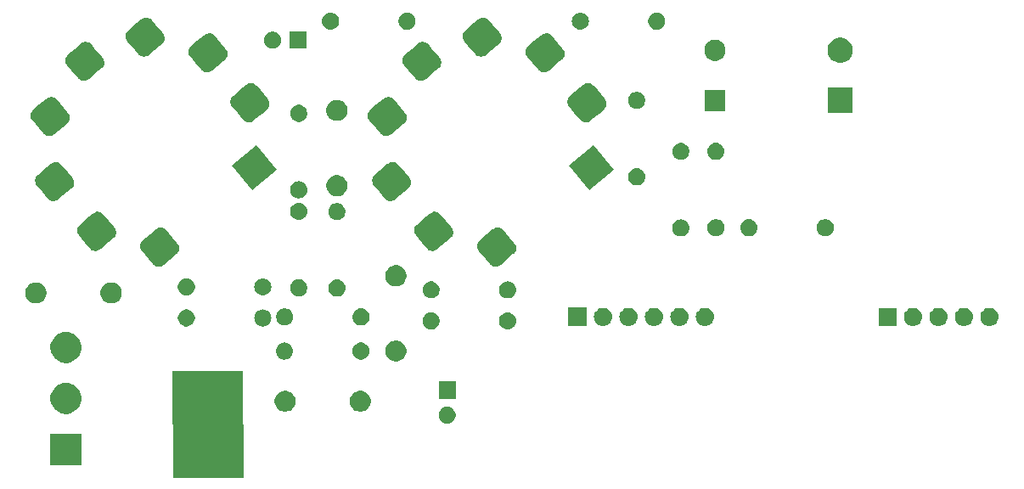
<source format=gbs>
G04 #@! TF.GenerationSoftware,KiCad,Pcbnew,(5.1.0)-1*
G04 #@! TF.CreationDate,2019-04-22T23:50:54+02:00*
G04 #@! TF.ProjectId,pcb_tube,7063625f-7475-4626-952e-6b696361645f,rev?*
G04 #@! TF.SameCoordinates,Original*
G04 #@! TF.FileFunction,Soldermask,Bot*
G04 #@! TF.FilePolarity,Negative*
%FSLAX46Y46*%
G04 Gerber Fmt 4.6, Leading zero omitted, Abs format (unit mm)*
G04 Created by KiCad (PCBNEW (5.1.0)-1) date 2019-04-22 23:50:54*
%MOMM*%
%LPD*%
G04 APERTURE LIST*
%ADD10C,0.100000*%
%ADD11C,0.200000*%
G04 APERTURE END LIST*
D10*
G36*
X52100000Y-99950000D02*
G01*
X45150000Y-99950000D01*
X45125000Y-89400000D01*
X52075000Y-89400000D01*
X52100000Y-99950000D01*
G37*
X52100000Y-99950000D02*
X45150000Y-99950000D01*
X45125000Y-89400000D01*
X52075000Y-89400000D01*
X52100000Y-99950000D01*
D11*
G36*
X49237306Y-89496039D02*
G01*
X49850122Y-89681935D01*
X49850125Y-89681936D01*
X50414897Y-89983812D01*
X50909927Y-90390073D01*
X51316188Y-90885102D01*
X51618064Y-91449874D01*
X51618064Y-91449875D01*
X51618065Y-91449877D01*
X51775006Y-91967240D01*
X51803961Y-92062694D01*
X51851000Y-92540288D01*
X51851000Y-96459712D01*
X51803961Y-96937306D01*
X51618064Y-97550126D01*
X51316188Y-98114898D01*
X50909927Y-98609927D01*
X50414898Y-99016188D01*
X49850126Y-99318064D01*
X49850123Y-99318065D01*
X49237307Y-99503961D01*
X48600000Y-99566730D01*
X47962694Y-99503961D01*
X47349878Y-99318065D01*
X47349875Y-99318064D01*
X46785103Y-99016188D01*
X46290074Y-98609927D01*
X45883813Y-98114898D01*
X45581937Y-97550126D01*
X45396040Y-96937306D01*
X45349000Y-96459712D01*
X45349000Y-92540289D01*
X45396039Y-92062695D01*
X45396040Y-92062693D01*
X45581935Y-91449878D01*
X45581936Y-91449875D01*
X45883812Y-90885103D01*
X46290073Y-90390073D01*
X46785102Y-89983812D01*
X47349874Y-89681936D01*
X47349877Y-89681935D01*
X47962693Y-89496039D01*
X48600000Y-89433270D01*
X49237306Y-89496039D01*
X49237306Y-89496039D01*
G37*
G36*
X36051000Y-98751000D02*
G01*
X32949000Y-98751000D01*
X32949000Y-95649000D01*
X36051000Y-95649000D01*
X36051000Y-98751000D01*
X36051000Y-98751000D01*
G37*
G36*
X72748228Y-92981703D02*
G01*
X72903100Y-93045853D01*
X73042481Y-93138985D01*
X73161015Y-93257519D01*
X73254147Y-93396900D01*
X73318297Y-93551772D01*
X73351000Y-93716184D01*
X73351000Y-93883816D01*
X73318297Y-94048228D01*
X73254147Y-94203100D01*
X73161015Y-94342481D01*
X73042481Y-94461015D01*
X72903100Y-94554147D01*
X72748228Y-94618297D01*
X72583816Y-94651000D01*
X72416184Y-94651000D01*
X72251772Y-94618297D01*
X72096900Y-94554147D01*
X71957519Y-94461015D01*
X71838985Y-94342481D01*
X71745853Y-94203100D01*
X71681703Y-94048228D01*
X71649000Y-93883816D01*
X71649000Y-93716184D01*
X71681703Y-93551772D01*
X71745853Y-93396900D01*
X71838985Y-93257519D01*
X71957519Y-93138985D01*
X72096900Y-93045853D01*
X72251772Y-92981703D01*
X72416184Y-92949000D01*
X72583816Y-92949000D01*
X72748228Y-92981703D01*
X72748228Y-92981703D01*
G37*
G36*
X34802585Y-90598802D02*
G01*
X34952410Y-90628604D01*
X35234674Y-90745521D01*
X35488705Y-90915259D01*
X35704741Y-91131295D01*
X35874479Y-91385326D01*
X35991396Y-91667590D01*
X36051000Y-91967240D01*
X36051000Y-92272760D01*
X35991396Y-92572410D01*
X35874479Y-92854674D01*
X35704741Y-93108705D01*
X35488705Y-93324741D01*
X35234674Y-93494479D01*
X34952410Y-93611396D01*
X34802585Y-93641198D01*
X34652761Y-93671000D01*
X34347239Y-93671000D01*
X34197415Y-93641198D01*
X34047590Y-93611396D01*
X33765326Y-93494479D01*
X33511295Y-93324741D01*
X33295259Y-93108705D01*
X33125521Y-92854674D01*
X33008604Y-92572410D01*
X32949000Y-92272760D01*
X32949000Y-91967240D01*
X33008604Y-91667590D01*
X33125521Y-91385326D01*
X33295259Y-91131295D01*
X33511295Y-90915259D01*
X33765326Y-90745521D01*
X34047590Y-90628604D01*
X34197415Y-90598802D01*
X34347239Y-90569000D01*
X34652761Y-90569000D01*
X34802585Y-90598802D01*
X34802585Y-90598802D01*
G37*
G36*
X56651564Y-91389389D02*
G01*
X56842833Y-91468615D01*
X56842835Y-91468616D01*
X57014973Y-91583635D01*
X57161365Y-91730027D01*
X57276385Y-91902167D01*
X57355611Y-92093436D01*
X57396000Y-92296484D01*
X57396000Y-92503516D01*
X57355611Y-92706564D01*
X57294263Y-92854672D01*
X57276384Y-92897835D01*
X57161365Y-93069973D01*
X57014973Y-93216365D01*
X56842835Y-93331384D01*
X56842834Y-93331385D01*
X56842833Y-93331385D01*
X56651564Y-93410611D01*
X56448516Y-93451000D01*
X56241484Y-93451000D01*
X56038436Y-93410611D01*
X55847167Y-93331385D01*
X55847166Y-93331385D01*
X55847165Y-93331384D01*
X55675027Y-93216365D01*
X55528635Y-93069973D01*
X55413616Y-92897835D01*
X55395737Y-92854672D01*
X55334389Y-92706564D01*
X55294000Y-92503516D01*
X55294000Y-92296484D01*
X55334389Y-92093436D01*
X55413615Y-91902167D01*
X55528635Y-91730027D01*
X55675027Y-91583635D01*
X55847165Y-91468616D01*
X55847167Y-91468615D01*
X56038436Y-91389389D01*
X56241484Y-91349000D01*
X56448516Y-91349000D01*
X56651564Y-91389389D01*
X56651564Y-91389389D01*
G37*
G36*
X64151564Y-91389389D02*
G01*
X64342833Y-91468615D01*
X64342835Y-91468616D01*
X64514973Y-91583635D01*
X64661365Y-91730027D01*
X64776385Y-91902167D01*
X64855611Y-92093436D01*
X64896000Y-92296484D01*
X64896000Y-92503516D01*
X64855611Y-92706564D01*
X64794263Y-92854672D01*
X64776384Y-92897835D01*
X64661365Y-93069973D01*
X64514973Y-93216365D01*
X64342835Y-93331384D01*
X64342834Y-93331385D01*
X64342833Y-93331385D01*
X64151564Y-93410611D01*
X63948516Y-93451000D01*
X63741484Y-93451000D01*
X63538436Y-93410611D01*
X63347167Y-93331385D01*
X63347166Y-93331385D01*
X63347165Y-93331384D01*
X63175027Y-93216365D01*
X63028635Y-93069973D01*
X62913616Y-92897835D01*
X62895737Y-92854672D01*
X62834389Y-92706564D01*
X62794000Y-92503516D01*
X62794000Y-92296484D01*
X62834389Y-92093436D01*
X62913615Y-91902167D01*
X63028635Y-91730027D01*
X63175027Y-91583635D01*
X63347165Y-91468616D01*
X63347167Y-91468615D01*
X63538436Y-91389389D01*
X63741484Y-91349000D01*
X63948516Y-91349000D01*
X64151564Y-91389389D01*
X64151564Y-91389389D01*
G37*
G36*
X73351000Y-92151000D02*
G01*
X71649000Y-92151000D01*
X71649000Y-90449000D01*
X73351000Y-90449000D01*
X73351000Y-92151000D01*
X73351000Y-92151000D01*
G37*
G36*
X34802585Y-85518802D02*
G01*
X34952410Y-85548604D01*
X35234674Y-85665521D01*
X35488705Y-85835259D01*
X35704741Y-86051295D01*
X35874479Y-86305326D01*
X35991396Y-86587590D01*
X35995849Y-86609976D01*
X36051000Y-86887239D01*
X36051000Y-87192761D01*
X36026449Y-87316185D01*
X35991396Y-87492410D01*
X35874479Y-87774674D01*
X35704741Y-88028705D01*
X35488705Y-88244741D01*
X35234674Y-88414479D01*
X34952410Y-88531396D01*
X34802585Y-88561198D01*
X34652761Y-88591000D01*
X34347239Y-88591000D01*
X34197415Y-88561198D01*
X34047590Y-88531396D01*
X33765326Y-88414479D01*
X33511295Y-88244741D01*
X33295259Y-88028705D01*
X33125521Y-87774674D01*
X33008604Y-87492410D01*
X32973551Y-87316185D01*
X32949000Y-87192761D01*
X32949000Y-86887239D01*
X33004151Y-86609976D01*
X33008604Y-86587590D01*
X33125521Y-86305326D01*
X33295259Y-86051295D01*
X33511295Y-85835259D01*
X33765326Y-85665521D01*
X34047590Y-85548604D01*
X34197415Y-85518802D01*
X34347239Y-85489000D01*
X34652761Y-85489000D01*
X34802585Y-85518802D01*
X34802585Y-85518802D01*
G37*
G36*
X67706564Y-86389389D02*
G01*
X67897833Y-86468615D01*
X67897835Y-86468616D01*
X68069973Y-86583635D01*
X68216365Y-86730027D01*
X68321411Y-86887239D01*
X68331385Y-86902167D01*
X68410611Y-87093436D01*
X68451000Y-87296484D01*
X68451000Y-87503516D01*
X68410611Y-87706564D01*
X68340811Y-87875076D01*
X68331384Y-87897835D01*
X68216365Y-88069973D01*
X68069973Y-88216365D01*
X67897835Y-88331384D01*
X67897834Y-88331385D01*
X67897833Y-88331385D01*
X67706564Y-88410611D01*
X67503516Y-88451000D01*
X67296484Y-88451000D01*
X67093436Y-88410611D01*
X66902167Y-88331385D01*
X66902166Y-88331385D01*
X66902165Y-88331384D01*
X66730027Y-88216365D01*
X66583635Y-88069973D01*
X66468616Y-87897835D01*
X66459189Y-87875076D01*
X66389389Y-87706564D01*
X66349000Y-87503516D01*
X66349000Y-87296484D01*
X66389389Y-87093436D01*
X66468615Y-86902167D01*
X66478590Y-86887239D01*
X66583635Y-86730027D01*
X66730027Y-86583635D01*
X66902165Y-86468616D01*
X66902167Y-86468615D01*
X67093436Y-86389389D01*
X67296484Y-86349000D01*
X67503516Y-86349000D01*
X67706564Y-86389389D01*
X67706564Y-86389389D01*
G37*
G36*
X64148228Y-86581703D02*
G01*
X64303100Y-86645853D01*
X64442481Y-86738985D01*
X64561015Y-86857519D01*
X64654147Y-86996900D01*
X64718297Y-87151772D01*
X64751000Y-87316184D01*
X64751000Y-87483816D01*
X64718297Y-87648228D01*
X64654147Y-87803100D01*
X64561015Y-87942481D01*
X64442481Y-88061015D01*
X64303100Y-88154147D01*
X64148228Y-88218297D01*
X63983816Y-88251000D01*
X63816184Y-88251000D01*
X63651772Y-88218297D01*
X63496900Y-88154147D01*
X63357519Y-88061015D01*
X63238985Y-87942481D01*
X63145853Y-87803100D01*
X63081703Y-87648228D01*
X63049000Y-87483816D01*
X63049000Y-87316184D01*
X63081703Y-87151772D01*
X63145853Y-86996900D01*
X63238985Y-86857519D01*
X63357519Y-86738985D01*
X63496900Y-86645853D01*
X63651772Y-86581703D01*
X63816184Y-86549000D01*
X63983816Y-86549000D01*
X64148228Y-86581703D01*
X64148228Y-86581703D01*
G37*
G36*
X56446823Y-86561313D02*
G01*
X56607242Y-86609976D01*
X56674361Y-86645852D01*
X56755078Y-86688996D01*
X56884659Y-86795341D01*
X56991004Y-86924922D01*
X56991005Y-86924924D01*
X57070024Y-87072758D01*
X57118687Y-87233177D01*
X57135117Y-87400000D01*
X57118687Y-87566823D01*
X57070024Y-87727242D01*
X57029477Y-87803100D01*
X56991004Y-87875078D01*
X56884659Y-88004659D01*
X56755078Y-88111004D01*
X56755076Y-88111005D01*
X56607242Y-88190024D01*
X56446823Y-88238687D01*
X56321804Y-88251000D01*
X56238196Y-88251000D01*
X56113177Y-88238687D01*
X55952758Y-88190024D01*
X55804924Y-88111005D01*
X55804922Y-88111004D01*
X55675341Y-88004659D01*
X55568996Y-87875078D01*
X55530523Y-87803100D01*
X55489976Y-87727242D01*
X55441313Y-87566823D01*
X55424883Y-87400000D01*
X55441313Y-87233177D01*
X55489976Y-87072758D01*
X55568995Y-86924924D01*
X55568996Y-86924922D01*
X55675341Y-86795341D01*
X55804922Y-86688996D01*
X55885639Y-86645852D01*
X55952758Y-86609976D01*
X56113177Y-86561313D01*
X56238196Y-86549000D01*
X56321804Y-86549000D01*
X56446823Y-86561313D01*
X56446823Y-86561313D01*
G37*
G36*
X71148228Y-83581703D02*
G01*
X71303100Y-83645853D01*
X71442481Y-83738985D01*
X71561015Y-83857519D01*
X71654147Y-83996900D01*
X71718297Y-84151772D01*
X71751000Y-84316184D01*
X71751000Y-84483816D01*
X71718297Y-84648228D01*
X71654147Y-84803100D01*
X71561015Y-84942481D01*
X71442481Y-85061015D01*
X71303100Y-85154147D01*
X71148228Y-85218297D01*
X70983816Y-85251000D01*
X70816184Y-85251000D01*
X70651772Y-85218297D01*
X70496900Y-85154147D01*
X70357519Y-85061015D01*
X70238985Y-84942481D01*
X70145853Y-84803100D01*
X70081703Y-84648228D01*
X70049000Y-84483816D01*
X70049000Y-84316184D01*
X70081703Y-84151772D01*
X70145853Y-83996900D01*
X70238985Y-83857519D01*
X70357519Y-83738985D01*
X70496900Y-83645853D01*
X70651772Y-83581703D01*
X70816184Y-83549000D01*
X70983816Y-83549000D01*
X71148228Y-83581703D01*
X71148228Y-83581703D01*
G37*
G36*
X78686823Y-83561313D02*
G01*
X78847242Y-83609976D01*
X78914361Y-83645852D01*
X78995078Y-83688996D01*
X79124659Y-83795341D01*
X79231004Y-83924922D01*
X79231005Y-83924924D01*
X79310024Y-84072758D01*
X79358687Y-84233177D01*
X79375117Y-84400000D01*
X79358687Y-84566823D01*
X79330114Y-84661015D01*
X79314950Y-84711005D01*
X79310024Y-84727242D01*
X79261355Y-84818295D01*
X79231004Y-84875078D01*
X79124659Y-85004659D01*
X78995078Y-85111004D01*
X78995076Y-85111005D01*
X78847242Y-85190024D01*
X78686823Y-85238687D01*
X78561804Y-85251000D01*
X78478196Y-85251000D01*
X78353177Y-85238687D01*
X78192758Y-85190024D01*
X78044924Y-85111005D01*
X78044922Y-85111004D01*
X77915341Y-85004659D01*
X77808996Y-84875078D01*
X77778645Y-84818295D01*
X77729976Y-84727242D01*
X77725051Y-84711005D01*
X77709886Y-84661015D01*
X77681313Y-84566823D01*
X77664883Y-84400000D01*
X77681313Y-84233177D01*
X77729976Y-84072758D01*
X77808995Y-83924924D01*
X77808996Y-83924922D01*
X77915341Y-83795341D01*
X78044922Y-83688996D01*
X78125639Y-83645852D01*
X78192758Y-83609976D01*
X78353177Y-83561313D01*
X78478196Y-83549000D01*
X78561804Y-83549000D01*
X78686823Y-83561313D01*
X78686823Y-83561313D01*
G37*
G36*
X54286823Y-83261313D02*
G01*
X54447242Y-83309976D01*
X54514361Y-83345852D01*
X54595078Y-83388996D01*
X54724659Y-83495341D01*
X54831004Y-83624922D01*
X54831005Y-83624924D01*
X54910024Y-83772758D01*
X54958687Y-83933177D01*
X54975117Y-84100000D01*
X54958687Y-84266823D01*
X54910024Y-84427242D01*
X54869477Y-84503100D01*
X54831004Y-84575078D01*
X54724659Y-84704659D01*
X54595078Y-84811004D01*
X54595076Y-84811005D01*
X54447242Y-84890024D01*
X54286823Y-84938687D01*
X54161804Y-84951000D01*
X54078196Y-84951000D01*
X53953177Y-84938687D01*
X53792758Y-84890024D01*
X53644924Y-84811005D01*
X53644922Y-84811004D01*
X53515341Y-84704659D01*
X53408996Y-84575078D01*
X53370523Y-84503100D01*
X53329976Y-84427242D01*
X53281313Y-84266823D01*
X53264883Y-84100000D01*
X53281313Y-83933177D01*
X53329976Y-83772758D01*
X53408995Y-83624924D01*
X53408996Y-83624922D01*
X53515341Y-83495341D01*
X53644922Y-83388996D01*
X53725639Y-83345852D01*
X53792758Y-83309976D01*
X53953177Y-83261313D01*
X54078196Y-83249000D01*
X54161804Y-83249000D01*
X54286823Y-83261313D01*
X54286823Y-83261313D01*
G37*
G36*
X46748228Y-83281703D02*
G01*
X46903100Y-83345853D01*
X47042481Y-83438985D01*
X47161015Y-83557519D01*
X47254147Y-83696900D01*
X47318297Y-83851772D01*
X47351000Y-84016184D01*
X47351000Y-84183816D01*
X47318297Y-84348228D01*
X47254147Y-84503100D01*
X47161015Y-84642481D01*
X47042481Y-84761015D01*
X46903100Y-84854147D01*
X46748228Y-84918297D01*
X46583816Y-84951000D01*
X46416184Y-84951000D01*
X46251772Y-84918297D01*
X46096900Y-84854147D01*
X45957519Y-84761015D01*
X45838985Y-84642481D01*
X45745853Y-84503100D01*
X45681703Y-84348228D01*
X45649000Y-84183816D01*
X45649000Y-84016184D01*
X45681703Y-83851772D01*
X45745853Y-83696900D01*
X45838985Y-83557519D01*
X45957519Y-83438985D01*
X46096900Y-83345853D01*
X46251772Y-83281703D01*
X46416184Y-83249000D01*
X46583816Y-83249000D01*
X46748228Y-83281703D01*
X46748228Y-83281703D01*
G37*
G36*
X126690442Y-83105518D02*
G01*
X126756627Y-83112037D01*
X126926466Y-83163557D01*
X127082991Y-83247222D01*
X127100162Y-83261314D01*
X127220186Y-83359814D01*
X127285159Y-83438985D01*
X127332778Y-83497009D01*
X127416443Y-83653534D01*
X127467963Y-83823373D01*
X127485359Y-84000000D01*
X127467963Y-84176627D01*
X127416443Y-84346466D01*
X127332778Y-84502991D01*
X127303448Y-84538729D01*
X127220186Y-84640186D01*
X127118729Y-84723448D01*
X127082991Y-84752778D01*
X127082989Y-84752779D01*
X126988852Y-84803097D01*
X126926466Y-84836443D01*
X126756627Y-84887963D01*
X126690442Y-84894482D01*
X126624260Y-84901000D01*
X126535740Y-84901000D01*
X126469558Y-84894482D01*
X126403373Y-84887963D01*
X126233534Y-84836443D01*
X126171149Y-84803097D01*
X126077011Y-84752779D01*
X126077009Y-84752778D01*
X126041271Y-84723448D01*
X125939814Y-84640186D01*
X125856552Y-84538729D01*
X125827222Y-84502991D01*
X125743557Y-84346466D01*
X125692037Y-84176627D01*
X125674641Y-84000000D01*
X125692037Y-83823373D01*
X125743557Y-83653534D01*
X125827222Y-83497009D01*
X125874841Y-83438985D01*
X125939814Y-83359814D01*
X126059838Y-83261314D01*
X126077009Y-83247222D01*
X126233534Y-83163557D01*
X126403373Y-83112037D01*
X126469558Y-83105518D01*
X126535740Y-83099000D01*
X126624260Y-83099000D01*
X126690442Y-83105518D01*
X126690442Y-83105518D01*
G37*
G36*
X124150442Y-83105518D02*
G01*
X124216627Y-83112037D01*
X124386466Y-83163557D01*
X124542991Y-83247222D01*
X124560162Y-83261314D01*
X124680186Y-83359814D01*
X124745159Y-83438985D01*
X124792778Y-83497009D01*
X124876443Y-83653534D01*
X124927963Y-83823373D01*
X124945359Y-84000000D01*
X124927963Y-84176627D01*
X124876443Y-84346466D01*
X124792778Y-84502991D01*
X124763448Y-84538729D01*
X124680186Y-84640186D01*
X124578729Y-84723448D01*
X124542991Y-84752778D01*
X124542989Y-84752779D01*
X124448852Y-84803097D01*
X124386466Y-84836443D01*
X124216627Y-84887963D01*
X124150442Y-84894482D01*
X124084260Y-84901000D01*
X123995740Y-84901000D01*
X123929558Y-84894482D01*
X123863373Y-84887963D01*
X123693534Y-84836443D01*
X123631149Y-84803097D01*
X123537011Y-84752779D01*
X123537009Y-84752778D01*
X123501271Y-84723448D01*
X123399814Y-84640186D01*
X123316552Y-84538729D01*
X123287222Y-84502991D01*
X123203557Y-84346466D01*
X123152037Y-84176627D01*
X123134641Y-84000000D01*
X123152037Y-83823373D01*
X123203557Y-83653534D01*
X123287222Y-83497009D01*
X123334841Y-83438985D01*
X123399814Y-83359814D01*
X123519838Y-83261314D01*
X123537009Y-83247222D01*
X123693534Y-83163557D01*
X123863373Y-83112037D01*
X123929558Y-83105518D01*
X123995740Y-83099000D01*
X124084260Y-83099000D01*
X124150442Y-83105518D01*
X124150442Y-83105518D01*
G37*
G36*
X121610442Y-83105518D02*
G01*
X121676627Y-83112037D01*
X121846466Y-83163557D01*
X122002991Y-83247222D01*
X122020162Y-83261314D01*
X122140186Y-83359814D01*
X122205159Y-83438985D01*
X122252778Y-83497009D01*
X122336443Y-83653534D01*
X122387963Y-83823373D01*
X122405359Y-84000000D01*
X122387963Y-84176627D01*
X122336443Y-84346466D01*
X122252778Y-84502991D01*
X122223448Y-84538729D01*
X122140186Y-84640186D01*
X122038729Y-84723448D01*
X122002991Y-84752778D01*
X122002989Y-84752779D01*
X121908852Y-84803097D01*
X121846466Y-84836443D01*
X121676627Y-84887963D01*
X121610442Y-84894482D01*
X121544260Y-84901000D01*
X121455740Y-84901000D01*
X121389558Y-84894482D01*
X121323373Y-84887963D01*
X121153534Y-84836443D01*
X121091149Y-84803097D01*
X120997011Y-84752779D01*
X120997009Y-84752778D01*
X120961271Y-84723448D01*
X120859814Y-84640186D01*
X120776552Y-84538729D01*
X120747222Y-84502991D01*
X120663557Y-84346466D01*
X120612037Y-84176627D01*
X120594641Y-84000000D01*
X120612037Y-83823373D01*
X120663557Y-83653534D01*
X120747222Y-83497009D01*
X120794841Y-83438985D01*
X120859814Y-83359814D01*
X120979838Y-83261314D01*
X120997009Y-83247222D01*
X121153534Y-83163557D01*
X121323373Y-83112037D01*
X121389558Y-83105518D01*
X121455740Y-83099000D01*
X121544260Y-83099000D01*
X121610442Y-83105518D01*
X121610442Y-83105518D01*
G37*
G36*
X88150442Y-83105518D02*
G01*
X88216627Y-83112037D01*
X88386466Y-83163557D01*
X88542991Y-83247222D01*
X88560162Y-83261314D01*
X88680186Y-83359814D01*
X88745159Y-83438985D01*
X88792778Y-83497009D01*
X88876443Y-83653534D01*
X88927963Y-83823373D01*
X88945359Y-84000000D01*
X88927963Y-84176627D01*
X88876443Y-84346466D01*
X88792778Y-84502991D01*
X88763448Y-84538729D01*
X88680186Y-84640186D01*
X88578729Y-84723448D01*
X88542991Y-84752778D01*
X88542989Y-84752779D01*
X88448852Y-84803097D01*
X88386466Y-84836443D01*
X88216627Y-84887963D01*
X88150442Y-84894482D01*
X88084260Y-84901000D01*
X87995740Y-84901000D01*
X87929558Y-84894482D01*
X87863373Y-84887963D01*
X87693534Y-84836443D01*
X87631149Y-84803097D01*
X87537011Y-84752779D01*
X87537009Y-84752778D01*
X87501271Y-84723448D01*
X87399814Y-84640186D01*
X87316552Y-84538729D01*
X87287222Y-84502991D01*
X87203557Y-84346466D01*
X87152037Y-84176627D01*
X87134641Y-84000000D01*
X87152037Y-83823373D01*
X87203557Y-83653534D01*
X87287222Y-83497009D01*
X87334841Y-83438985D01*
X87399814Y-83359814D01*
X87519838Y-83261314D01*
X87537009Y-83247222D01*
X87693534Y-83163557D01*
X87863373Y-83112037D01*
X87929558Y-83105518D01*
X87995740Y-83099000D01*
X88084260Y-83099000D01*
X88150442Y-83105518D01*
X88150442Y-83105518D01*
G37*
G36*
X90690442Y-83105518D02*
G01*
X90756627Y-83112037D01*
X90926466Y-83163557D01*
X91082991Y-83247222D01*
X91100162Y-83261314D01*
X91220186Y-83359814D01*
X91285159Y-83438985D01*
X91332778Y-83497009D01*
X91416443Y-83653534D01*
X91467963Y-83823373D01*
X91485359Y-84000000D01*
X91467963Y-84176627D01*
X91416443Y-84346466D01*
X91332778Y-84502991D01*
X91303448Y-84538729D01*
X91220186Y-84640186D01*
X91118729Y-84723448D01*
X91082991Y-84752778D01*
X91082989Y-84752779D01*
X90988852Y-84803097D01*
X90926466Y-84836443D01*
X90756627Y-84887963D01*
X90690442Y-84894482D01*
X90624260Y-84901000D01*
X90535740Y-84901000D01*
X90469558Y-84894482D01*
X90403373Y-84887963D01*
X90233534Y-84836443D01*
X90171149Y-84803097D01*
X90077011Y-84752779D01*
X90077009Y-84752778D01*
X90041271Y-84723448D01*
X89939814Y-84640186D01*
X89856552Y-84538729D01*
X89827222Y-84502991D01*
X89743557Y-84346466D01*
X89692037Y-84176627D01*
X89674641Y-84000000D01*
X89692037Y-83823373D01*
X89743557Y-83653534D01*
X89827222Y-83497009D01*
X89874841Y-83438985D01*
X89939814Y-83359814D01*
X90059838Y-83261314D01*
X90077009Y-83247222D01*
X90233534Y-83163557D01*
X90403373Y-83112037D01*
X90469558Y-83105518D01*
X90535740Y-83099000D01*
X90624260Y-83099000D01*
X90690442Y-83105518D01*
X90690442Y-83105518D01*
G37*
G36*
X95770442Y-83105518D02*
G01*
X95836627Y-83112037D01*
X96006466Y-83163557D01*
X96162991Y-83247222D01*
X96180162Y-83261314D01*
X96300186Y-83359814D01*
X96365159Y-83438985D01*
X96412778Y-83497009D01*
X96496443Y-83653534D01*
X96547963Y-83823373D01*
X96565359Y-84000000D01*
X96547963Y-84176627D01*
X96496443Y-84346466D01*
X96412778Y-84502991D01*
X96383448Y-84538729D01*
X96300186Y-84640186D01*
X96198729Y-84723448D01*
X96162991Y-84752778D01*
X96162989Y-84752779D01*
X96068852Y-84803097D01*
X96006466Y-84836443D01*
X95836627Y-84887963D01*
X95770442Y-84894482D01*
X95704260Y-84901000D01*
X95615740Y-84901000D01*
X95549558Y-84894482D01*
X95483373Y-84887963D01*
X95313534Y-84836443D01*
X95251149Y-84803097D01*
X95157011Y-84752779D01*
X95157009Y-84752778D01*
X95121271Y-84723448D01*
X95019814Y-84640186D01*
X94936552Y-84538729D01*
X94907222Y-84502991D01*
X94823557Y-84346466D01*
X94772037Y-84176627D01*
X94754641Y-84000000D01*
X94772037Y-83823373D01*
X94823557Y-83653534D01*
X94907222Y-83497009D01*
X94954841Y-83438985D01*
X95019814Y-83359814D01*
X95139838Y-83261314D01*
X95157009Y-83247222D01*
X95313534Y-83163557D01*
X95483373Y-83112037D01*
X95549558Y-83105518D01*
X95615740Y-83099000D01*
X95704260Y-83099000D01*
X95770442Y-83105518D01*
X95770442Y-83105518D01*
G37*
G36*
X98310442Y-83105518D02*
G01*
X98376627Y-83112037D01*
X98546466Y-83163557D01*
X98702991Y-83247222D01*
X98720162Y-83261314D01*
X98840186Y-83359814D01*
X98905159Y-83438985D01*
X98952778Y-83497009D01*
X99036443Y-83653534D01*
X99087963Y-83823373D01*
X99105359Y-84000000D01*
X99087963Y-84176627D01*
X99036443Y-84346466D01*
X98952778Y-84502991D01*
X98923448Y-84538729D01*
X98840186Y-84640186D01*
X98738729Y-84723448D01*
X98702991Y-84752778D01*
X98702989Y-84752779D01*
X98608852Y-84803097D01*
X98546466Y-84836443D01*
X98376627Y-84887963D01*
X98310442Y-84894482D01*
X98244260Y-84901000D01*
X98155740Y-84901000D01*
X98089558Y-84894482D01*
X98023373Y-84887963D01*
X97853534Y-84836443D01*
X97791149Y-84803097D01*
X97697011Y-84752779D01*
X97697009Y-84752778D01*
X97661271Y-84723448D01*
X97559814Y-84640186D01*
X97476552Y-84538729D01*
X97447222Y-84502991D01*
X97363557Y-84346466D01*
X97312037Y-84176627D01*
X97294641Y-84000000D01*
X97312037Y-83823373D01*
X97363557Y-83653534D01*
X97447222Y-83497009D01*
X97494841Y-83438985D01*
X97559814Y-83359814D01*
X97679838Y-83261314D01*
X97697009Y-83247222D01*
X97853534Y-83163557D01*
X98023373Y-83112037D01*
X98089558Y-83105518D01*
X98155740Y-83099000D01*
X98244260Y-83099000D01*
X98310442Y-83105518D01*
X98310442Y-83105518D01*
G37*
G36*
X119070442Y-83105518D02*
G01*
X119136627Y-83112037D01*
X119306466Y-83163557D01*
X119462991Y-83247222D01*
X119480162Y-83261314D01*
X119600186Y-83359814D01*
X119665159Y-83438985D01*
X119712778Y-83497009D01*
X119796443Y-83653534D01*
X119847963Y-83823373D01*
X119865359Y-84000000D01*
X119847963Y-84176627D01*
X119796443Y-84346466D01*
X119712778Y-84502991D01*
X119683448Y-84538729D01*
X119600186Y-84640186D01*
X119498729Y-84723448D01*
X119462991Y-84752778D01*
X119462989Y-84752779D01*
X119368852Y-84803097D01*
X119306466Y-84836443D01*
X119136627Y-84887963D01*
X119070442Y-84894482D01*
X119004260Y-84901000D01*
X118915740Y-84901000D01*
X118849558Y-84894482D01*
X118783373Y-84887963D01*
X118613534Y-84836443D01*
X118551149Y-84803097D01*
X118457011Y-84752779D01*
X118457009Y-84752778D01*
X118421271Y-84723448D01*
X118319814Y-84640186D01*
X118236552Y-84538729D01*
X118207222Y-84502991D01*
X118123557Y-84346466D01*
X118072037Y-84176627D01*
X118054641Y-84000000D01*
X118072037Y-83823373D01*
X118123557Y-83653534D01*
X118207222Y-83497009D01*
X118254841Y-83438985D01*
X118319814Y-83359814D01*
X118439838Y-83261314D01*
X118457009Y-83247222D01*
X118613534Y-83163557D01*
X118783373Y-83112037D01*
X118849558Y-83105518D01*
X118915740Y-83099000D01*
X119004260Y-83099000D01*
X119070442Y-83105518D01*
X119070442Y-83105518D01*
G37*
G36*
X117321000Y-84901000D02*
G01*
X115519000Y-84901000D01*
X115519000Y-83099000D01*
X117321000Y-83099000D01*
X117321000Y-84901000D01*
X117321000Y-84901000D01*
G37*
G36*
X93230442Y-83105518D02*
G01*
X93296627Y-83112037D01*
X93466466Y-83163557D01*
X93622991Y-83247222D01*
X93640162Y-83261314D01*
X93760186Y-83359814D01*
X93825159Y-83438985D01*
X93872778Y-83497009D01*
X93956443Y-83653534D01*
X94007963Y-83823373D01*
X94025359Y-84000000D01*
X94007963Y-84176627D01*
X93956443Y-84346466D01*
X93872778Y-84502991D01*
X93843448Y-84538729D01*
X93760186Y-84640186D01*
X93658729Y-84723448D01*
X93622991Y-84752778D01*
X93622989Y-84752779D01*
X93528852Y-84803097D01*
X93466466Y-84836443D01*
X93296627Y-84887963D01*
X93230442Y-84894482D01*
X93164260Y-84901000D01*
X93075740Y-84901000D01*
X93009558Y-84894482D01*
X92943373Y-84887963D01*
X92773534Y-84836443D01*
X92711149Y-84803097D01*
X92617011Y-84752779D01*
X92617009Y-84752778D01*
X92581271Y-84723448D01*
X92479814Y-84640186D01*
X92396552Y-84538729D01*
X92367222Y-84502991D01*
X92283557Y-84346466D01*
X92232037Y-84176627D01*
X92214641Y-84000000D01*
X92232037Y-83823373D01*
X92283557Y-83653534D01*
X92367222Y-83497009D01*
X92414841Y-83438985D01*
X92479814Y-83359814D01*
X92599838Y-83261314D01*
X92617009Y-83247222D01*
X92773534Y-83163557D01*
X92943373Y-83112037D01*
X93009558Y-83105518D01*
X93075740Y-83099000D01*
X93164260Y-83099000D01*
X93230442Y-83105518D01*
X93230442Y-83105518D01*
G37*
G36*
X86401000Y-84881000D02*
G01*
X84599000Y-84881000D01*
X84599000Y-83079000D01*
X86401000Y-83079000D01*
X86401000Y-84881000D01*
X86401000Y-84881000D01*
G37*
G36*
X56548228Y-83181703D02*
G01*
X56703100Y-83245853D01*
X56842481Y-83338985D01*
X56961015Y-83457519D01*
X57054147Y-83596900D01*
X57118297Y-83751772D01*
X57151000Y-83916184D01*
X57151000Y-84083816D01*
X57118297Y-84248228D01*
X57054147Y-84403100D01*
X56961015Y-84542481D01*
X56842481Y-84661015D01*
X56703100Y-84754147D01*
X56548228Y-84818297D01*
X56383816Y-84851000D01*
X56216184Y-84851000D01*
X56051772Y-84818297D01*
X55896900Y-84754147D01*
X55757519Y-84661015D01*
X55638985Y-84542481D01*
X55545853Y-84403100D01*
X55481703Y-84248228D01*
X55449000Y-84083816D01*
X55449000Y-83916184D01*
X55481703Y-83751772D01*
X55545853Y-83596900D01*
X55638985Y-83457519D01*
X55757519Y-83338985D01*
X55896900Y-83245853D01*
X56051772Y-83181703D01*
X56216184Y-83149000D01*
X56383816Y-83149000D01*
X56548228Y-83181703D01*
X56548228Y-83181703D01*
G37*
G36*
X64086823Y-83161313D02*
G01*
X64247242Y-83209976D01*
X64379906Y-83280886D01*
X64395078Y-83288996D01*
X64524659Y-83395341D01*
X64631004Y-83524922D01*
X64631005Y-83524924D01*
X64710024Y-83672758D01*
X64710025Y-83672761D01*
X64714950Y-83688996D01*
X64758687Y-83833177D01*
X64775117Y-84000000D01*
X64758687Y-84166823D01*
X64710024Y-84327242D01*
X64669477Y-84403100D01*
X64631004Y-84475078D01*
X64524659Y-84604659D01*
X64395078Y-84711004D01*
X64395076Y-84711005D01*
X64247242Y-84790024D01*
X64086823Y-84838687D01*
X63961804Y-84851000D01*
X63878196Y-84851000D01*
X63753177Y-84838687D01*
X63592758Y-84790024D01*
X63444924Y-84711005D01*
X63444922Y-84711004D01*
X63315341Y-84604659D01*
X63208996Y-84475078D01*
X63170523Y-84403100D01*
X63129976Y-84327242D01*
X63081313Y-84166823D01*
X63064883Y-84000000D01*
X63081313Y-83833177D01*
X63125050Y-83688996D01*
X63129975Y-83672761D01*
X63129976Y-83672758D01*
X63208995Y-83524924D01*
X63208996Y-83524922D01*
X63315341Y-83395341D01*
X63444922Y-83288996D01*
X63460094Y-83280886D01*
X63592758Y-83209976D01*
X63753177Y-83161313D01*
X63878196Y-83149000D01*
X63961804Y-83149000D01*
X64086823Y-83161313D01*
X64086823Y-83161313D01*
G37*
G36*
X39306564Y-80589389D02*
G01*
X39497833Y-80668615D01*
X39497835Y-80668616D01*
X39669973Y-80783635D01*
X39816365Y-80930027D01*
X39919124Y-81083816D01*
X39931385Y-81102167D01*
X40010611Y-81293436D01*
X40051000Y-81496484D01*
X40051000Y-81703516D01*
X40010611Y-81906564D01*
X39934619Y-82090025D01*
X39931384Y-82097835D01*
X39816365Y-82269973D01*
X39669973Y-82416365D01*
X39497835Y-82531384D01*
X39497834Y-82531385D01*
X39497833Y-82531385D01*
X39306564Y-82610611D01*
X39103516Y-82651000D01*
X38896484Y-82651000D01*
X38693436Y-82610611D01*
X38502167Y-82531385D01*
X38502166Y-82531385D01*
X38502165Y-82531384D01*
X38330027Y-82416365D01*
X38183635Y-82269973D01*
X38068616Y-82097835D01*
X38065381Y-82090025D01*
X37989389Y-81906564D01*
X37949000Y-81703516D01*
X37949000Y-81496484D01*
X37989389Y-81293436D01*
X38068615Y-81102167D01*
X38080877Y-81083816D01*
X38183635Y-80930027D01*
X38330027Y-80783635D01*
X38502165Y-80668616D01*
X38502167Y-80668615D01*
X38693436Y-80589389D01*
X38896484Y-80549000D01*
X39103516Y-80549000D01*
X39306564Y-80589389D01*
X39306564Y-80589389D01*
G37*
G36*
X31806564Y-80589389D02*
G01*
X31997833Y-80668615D01*
X31997835Y-80668616D01*
X32169973Y-80783635D01*
X32316365Y-80930027D01*
X32419124Y-81083816D01*
X32431385Y-81102167D01*
X32510611Y-81293436D01*
X32551000Y-81496484D01*
X32551000Y-81703516D01*
X32510611Y-81906564D01*
X32434619Y-82090025D01*
X32431384Y-82097835D01*
X32316365Y-82269973D01*
X32169973Y-82416365D01*
X31997835Y-82531384D01*
X31997834Y-82531385D01*
X31997833Y-82531385D01*
X31806564Y-82610611D01*
X31603516Y-82651000D01*
X31396484Y-82651000D01*
X31193436Y-82610611D01*
X31002167Y-82531385D01*
X31002166Y-82531385D01*
X31002165Y-82531384D01*
X30830027Y-82416365D01*
X30683635Y-82269973D01*
X30568616Y-82097835D01*
X30565381Y-82090025D01*
X30489389Y-81906564D01*
X30449000Y-81703516D01*
X30449000Y-81496484D01*
X30489389Y-81293436D01*
X30568615Y-81102167D01*
X30580877Y-81083816D01*
X30683635Y-80930027D01*
X30830027Y-80783635D01*
X31002165Y-80668616D01*
X31002167Y-80668615D01*
X31193436Y-80589389D01*
X31396484Y-80549000D01*
X31603516Y-80549000D01*
X31806564Y-80589389D01*
X31806564Y-80589389D01*
G37*
G36*
X71148228Y-80481703D02*
G01*
X71303100Y-80545853D01*
X71442481Y-80638985D01*
X71561015Y-80757519D01*
X71654147Y-80896900D01*
X71718297Y-81051772D01*
X71751000Y-81216184D01*
X71751000Y-81383816D01*
X71718297Y-81548228D01*
X71654147Y-81703100D01*
X71561015Y-81842481D01*
X71442481Y-81961015D01*
X71303100Y-82054147D01*
X71148228Y-82118297D01*
X70983816Y-82151000D01*
X70816184Y-82151000D01*
X70651772Y-82118297D01*
X70496900Y-82054147D01*
X70357519Y-81961015D01*
X70238985Y-81842481D01*
X70145853Y-81703100D01*
X70081703Y-81548228D01*
X70049000Y-81383816D01*
X70049000Y-81216184D01*
X70081703Y-81051772D01*
X70145853Y-80896900D01*
X70238985Y-80757519D01*
X70357519Y-80638985D01*
X70496900Y-80545853D01*
X70651772Y-80481703D01*
X70816184Y-80449000D01*
X70983816Y-80449000D01*
X71148228Y-80481703D01*
X71148228Y-80481703D01*
G37*
G36*
X78686823Y-80461313D02*
G01*
X78847242Y-80509976D01*
X78936190Y-80557520D01*
X78995078Y-80588996D01*
X79124659Y-80695341D01*
X79231004Y-80824922D01*
X79235415Y-80833175D01*
X79310024Y-80972758D01*
X79358687Y-81133177D01*
X79375117Y-81300000D01*
X79358687Y-81466823D01*
X79310024Y-81627242D01*
X79257953Y-81724659D01*
X79231004Y-81775078D01*
X79124659Y-81904659D01*
X78995078Y-82011004D01*
X78995076Y-82011005D01*
X78847242Y-82090024D01*
X78686823Y-82138687D01*
X78561804Y-82151000D01*
X78478196Y-82151000D01*
X78353177Y-82138687D01*
X78192758Y-82090024D01*
X78044924Y-82011005D01*
X78044922Y-82011004D01*
X77915341Y-81904659D01*
X77808996Y-81775078D01*
X77782047Y-81724659D01*
X77729976Y-81627242D01*
X77681313Y-81466823D01*
X77664883Y-81300000D01*
X77681313Y-81133177D01*
X77729976Y-80972758D01*
X77804585Y-80833175D01*
X77808996Y-80824922D01*
X77915341Y-80695341D01*
X78044922Y-80588996D01*
X78103810Y-80557520D01*
X78192758Y-80509976D01*
X78353177Y-80461313D01*
X78478196Y-80449000D01*
X78561804Y-80449000D01*
X78686823Y-80461313D01*
X78686823Y-80461313D01*
G37*
G36*
X61666823Y-80281313D02*
G01*
X61827242Y-80329976D01*
X61949531Y-80395341D01*
X61975078Y-80408996D01*
X62104659Y-80515341D01*
X62211004Y-80644922D01*
X62211005Y-80644924D01*
X62290024Y-80792758D01*
X62338687Y-80953177D01*
X62355117Y-81120000D01*
X62338687Y-81286823D01*
X62290024Y-81447242D01*
X62236046Y-81548228D01*
X62211004Y-81595078D01*
X62104659Y-81724659D01*
X61975078Y-81831004D01*
X61975076Y-81831005D01*
X61827242Y-81910024D01*
X61666823Y-81958687D01*
X61541804Y-81971000D01*
X61458196Y-81971000D01*
X61333177Y-81958687D01*
X61172758Y-81910024D01*
X61024924Y-81831005D01*
X61024922Y-81831004D01*
X60895341Y-81724659D01*
X60788996Y-81595078D01*
X60763954Y-81548228D01*
X60709976Y-81447242D01*
X60661313Y-81286823D01*
X60644883Y-81120000D01*
X60661313Y-80953177D01*
X60709976Y-80792758D01*
X60788995Y-80644924D01*
X60788996Y-80644922D01*
X60895341Y-80515341D01*
X61024922Y-80408996D01*
X61050469Y-80395341D01*
X61172758Y-80329976D01*
X61333177Y-80281313D01*
X61458196Y-80269000D01*
X61541804Y-80269000D01*
X61666823Y-80281313D01*
X61666823Y-80281313D01*
G37*
G36*
X57948228Y-80281703D02*
G01*
X58103100Y-80345853D01*
X58242481Y-80438985D01*
X58361015Y-80557519D01*
X58454147Y-80696900D01*
X58518297Y-80851772D01*
X58551000Y-81016184D01*
X58551000Y-81183816D01*
X58518297Y-81348228D01*
X58454147Y-81503100D01*
X58361015Y-81642481D01*
X58242481Y-81761015D01*
X58103100Y-81854147D01*
X57948228Y-81918297D01*
X57783816Y-81951000D01*
X57616184Y-81951000D01*
X57451772Y-81918297D01*
X57296900Y-81854147D01*
X57157519Y-81761015D01*
X57038985Y-81642481D01*
X56945853Y-81503100D01*
X56881703Y-81348228D01*
X56849000Y-81183816D01*
X56849000Y-81016184D01*
X56881703Y-80851772D01*
X56945853Y-80696900D01*
X57038985Y-80557519D01*
X57157519Y-80438985D01*
X57296900Y-80345853D01*
X57451772Y-80281703D01*
X57616184Y-80249000D01*
X57783816Y-80249000D01*
X57948228Y-80281703D01*
X57948228Y-80281703D01*
G37*
G36*
X54286823Y-80161313D02*
G01*
X54447242Y-80209976D01*
X54557668Y-80269000D01*
X54595078Y-80288996D01*
X54724659Y-80395341D01*
X54831004Y-80524922D01*
X54831005Y-80524924D01*
X54910024Y-80672758D01*
X54958687Y-80833177D01*
X54975117Y-81000000D01*
X54958687Y-81166823D01*
X54910024Y-81327242D01*
X54869477Y-81403100D01*
X54831004Y-81475078D01*
X54724659Y-81604659D01*
X54595078Y-81711004D01*
X54595076Y-81711005D01*
X54447242Y-81790024D01*
X54286823Y-81838687D01*
X54161804Y-81851000D01*
X54078196Y-81851000D01*
X53953177Y-81838687D01*
X53792758Y-81790024D01*
X53644924Y-81711005D01*
X53644922Y-81711004D01*
X53515341Y-81604659D01*
X53408996Y-81475078D01*
X53370523Y-81403100D01*
X53329976Y-81327242D01*
X53281313Y-81166823D01*
X53264883Y-81000000D01*
X53281313Y-80833177D01*
X53329976Y-80672758D01*
X53408995Y-80524924D01*
X53408996Y-80524922D01*
X53515341Y-80395341D01*
X53644922Y-80288996D01*
X53682332Y-80269000D01*
X53792758Y-80209976D01*
X53953177Y-80161313D01*
X54078196Y-80149000D01*
X54161804Y-80149000D01*
X54286823Y-80161313D01*
X54286823Y-80161313D01*
G37*
G36*
X46748228Y-80181703D02*
G01*
X46903100Y-80245853D01*
X47042481Y-80338985D01*
X47161015Y-80457519D01*
X47254147Y-80596900D01*
X47318297Y-80751772D01*
X47351000Y-80916184D01*
X47351000Y-81083816D01*
X47318297Y-81248228D01*
X47254147Y-81403100D01*
X47161015Y-81542481D01*
X47042481Y-81661015D01*
X46903100Y-81754147D01*
X46748228Y-81818297D01*
X46583816Y-81851000D01*
X46416184Y-81851000D01*
X46251772Y-81818297D01*
X46096900Y-81754147D01*
X45957519Y-81661015D01*
X45838985Y-81542481D01*
X45745853Y-81403100D01*
X45681703Y-81248228D01*
X45649000Y-81083816D01*
X45649000Y-80916184D01*
X45681703Y-80751772D01*
X45745853Y-80596900D01*
X45838985Y-80457519D01*
X45957519Y-80338985D01*
X46096900Y-80245853D01*
X46251772Y-80181703D01*
X46416184Y-80149000D01*
X46583816Y-80149000D01*
X46748228Y-80181703D01*
X46748228Y-80181703D01*
G37*
G36*
X67706564Y-78889389D02*
G01*
X67870330Y-78957223D01*
X67897835Y-78968616D01*
X67916119Y-78980833D01*
X68069973Y-79083635D01*
X68216365Y-79230027D01*
X68331385Y-79402167D01*
X68410611Y-79593436D01*
X68451000Y-79796484D01*
X68451000Y-80003516D01*
X68410611Y-80206564D01*
X68332417Y-80395341D01*
X68331384Y-80397835D01*
X68216365Y-80569973D01*
X68069973Y-80716365D01*
X67897835Y-80831384D01*
X67897834Y-80831385D01*
X67897833Y-80831385D01*
X67706564Y-80910611D01*
X67503516Y-80951000D01*
X67296484Y-80951000D01*
X67093436Y-80910611D01*
X66902167Y-80831385D01*
X66902166Y-80831385D01*
X66902165Y-80831384D01*
X66730027Y-80716365D01*
X66583635Y-80569973D01*
X66468616Y-80397835D01*
X66467583Y-80395341D01*
X66389389Y-80206564D01*
X66349000Y-80003516D01*
X66349000Y-79796484D01*
X66389389Y-79593436D01*
X66468615Y-79402167D01*
X66583635Y-79230027D01*
X66730027Y-79083635D01*
X66883881Y-78980833D01*
X66902165Y-78968616D01*
X66929670Y-78957223D01*
X67093436Y-78889389D01*
X67296484Y-78849000D01*
X67503516Y-78849000D01*
X67706564Y-78889389D01*
X67706564Y-78889389D01*
G37*
G36*
X44159726Y-75108241D02*
G01*
X44293876Y-75162101D01*
X44414936Y-75241094D01*
X44522671Y-75346503D01*
X44765886Y-75636356D01*
X45562007Y-76585135D01*
X45624232Y-76659293D01*
X45709328Y-76783691D01*
X45766100Y-76916629D01*
X45795846Y-77058090D01*
X45797423Y-77202641D01*
X45770770Y-77344713D01*
X45716910Y-77478863D01*
X45637917Y-77599923D01*
X45532508Y-77707658D01*
X45489334Y-77743885D01*
X44262897Y-78772988D01*
X44262894Y-78772990D01*
X44219718Y-78809219D01*
X44095320Y-78894315D01*
X43962382Y-78951087D01*
X43820921Y-78980833D01*
X43676370Y-78982410D01*
X43534298Y-78955757D01*
X43400148Y-78901897D01*
X43279088Y-78822904D01*
X43171353Y-78717495D01*
X42758247Y-78225174D01*
X42106023Y-77447884D01*
X42106021Y-77447881D01*
X42069792Y-77404705D01*
X41984696Y-77280307D01*
X41927924Y-77147369D01*
X41898178Y-77005908D01*
X41896601Y-76861357D01*
X41923254Y-76719285D01*
X41977114Y-76585135D01*
X42056107Y-76464075D01*
X42161516Y-76356340D01*
X42870997Y-75761015D01*
X43431127Y-75291010D01*
X43431130Y-75291008D01*
X43474306Y-75254779D01*
X43598704Y-75169683D01*
X43731642Y-75112911D01*
X43873103Y-75083165D01*
X44017654Y-75081588D01*
X44159726Y-75108241D01*
X44159726Y-75108241D01*
G37*
G36*
X77759726Y-75108241D02*
G01*
X77893876Y-75162101D01*
X78014936Y-75241094D01*
X78122671Y-75346503D01*
X78365886Y-75636356D01*
X79162007Y-76585135D01*
X79224232Y-76659293D01*
X79309328Y-76783691D01*
X79366100Y-76916629D01*
X79395846Y-77058090D01*
X79397423Y-77202641D01*
X79370770Y-77344713D01*
X79316910Y-77478863D01*
X79237917Y-77599923D01*
X79132508Y-77707658D01*
X79089334Y-77743885D01*
X77862897Y-78772988D01*
X77862894Y-78772990D01*
X77819718Y-78809219D01*
X77695320Y-78894315D01*
X77562382Y-78951087D01*
X77420921Y-78980833D01*
X77276370Y-78982410D01*
X77134298Y-78955757D01*
X77000148Y-78901897D01*
X76879088Y-78822904D01*
X76771353Y-78717495D01*
X76358247Y-78225174D01*
X75706023Y-77447884D01*
X75706021Y-77447881D01*
X75669792Y-77404705D01*
X75584696Y-77280307D01*
X75527924Y-77147369D01*
X75498178Y-77005908D01*
X75496601Y-76861357D01*
X75523254Y-76719285D01*
X75577114Y-76585135D01*
X75656107Y-76464075D01*
X75761516Y-76356340D01*
X76470997Y-75761015D01*
X77031127Y-75291010D01*
X77031130Y-75291008D01*
X77074306Y-75254779D01*
X77198704Y-75169683D01*
X77331642Y-75112911D01*
X77473103Y-75083165D01*
X77617654Y-75081588D01*
X77759726Y-75108241D01*
X77759726Y-75108241D01*
G37*
G36*
X37858801Y-73541956D02*
G01*
X37992951Y-73595816D01*
X38114011Y-73674809D01*
X38221746Y-73780218D01*
X38324856Y-73903100D01*
X39261082Y-75018850D01*
X39323307Y-75093008D01*
X39408403Y-75217406D01*
X39465175Y-75350344D01*
X39494921Y-75491805D01*
X39496498Y-75636356D01*
X39469845Y-75778428D01*
X39415985Y-75912578D01*
X39336992Y-76033638D01*
X39231583Y-76141373D01*
X38739262Y-76554479D01*
X37961972Y-77206703D01*
X37961969Y-77206705D01*
X37918793Y-77242934D01*
X37794395Y-77328030D01*
X37661457Y-77384802D01*
X37519996Y-77414548D01*
X37375445Y-77416125D01*
X37233373Y-77389472D01*
X37099223Y-77335612D01*
X36978163Y-77256619D01*
X36870428Y-77151210D01*
X36395435Y-76585135D01*
X35805098Y-75881599D01*
X35805096Y-75881596D01*
X35768867Y-75838420D01*
X35683771Y-75714022D01*
X35626999Y-75581084D01*
X35597253Y-75439623D01*
X35595676Y-75295072D01*
X35622329Y-75153000D01*
X35676189Y-75018850D01*
X35755182Y-74897790D01*
X35860591Y-74790055D01*
X36480340Y-74270024D01*
X37130202Y-73724725D01*
X37130205Y-73724723D01*
X37173381Y-73688494D01*
X37297779Y-73603398D01*
X37430717Y-73546626D01*
X37572178Y-73516880D01*
X37716729Y-73515303D01*
X37858801Y-73541956D01*
X37858801Y-73541956D01*
G37*
G36*
X71458801Y-73541956D02*
G01*
X71592951Y-73595816D01*
X71714011Y-73674809D01*
X71821746Y-73780218D01*
X71924856Y-73903100D01*
X72861082Y-75018850D01*
X72923307Y-75093008D01*
X73008403Y-75217406D01*
X73065175Y-75350344D01*
X73094921Y-75491805D01*
X73096498Y-75636356D01*
X73069845Y-75778428D01*
X73015985Y-75912578D01*
X72936992Y-76033638D01*
X72831583Y-76141373D01*
X72339262Y-76554479D01*
X71561972Y-77206703D01*
X71561969Y-77206705D01*
X71518793Y-77242934D01*
X71394395Y-77328030D01*
X71261457Y-77384802D01*
X71119996Y-77414548D01*
X70975445Y-77416125D01*
X70833373Y-77389472D01*
X70699223Y-77335612D01*
X70578163Y-77256619D01*
X70470428Y-77151210D01*
X69995435Y-76585135D01*
X69405098Y-75881599D01*
X69405096Y-75881596D01*
X69368867Y-75838420D01*
X69283771Y-75714022D01*
X69226999Y-75581084D01*
X69197253Y-75439623D01*
X69195676Y-75295072D01*
X69222329Y-75153000D01*
X69276189Y-75018850D01*
X69355182Y-74897790D01*
X69460591Y-74790055D01*
X70080340Y-74270024D01*
X70730202Y-73724725D01*
X70730205Y-73724723D01*
X70773381Y-73688494D01*
X70897779Y-73603398D01*
X71030717Y-73546626D01*
X71172178Y-73516880D01*
X71316729Y-73515303D01*
X71458801Y-73541956D01*
X71458801Y-73541956D01*
G37*
G36*
X95966823Y-74281313D02*
G01*
X96127242Y-74329976D01*
X96259906Y-74400886D01*
X96275078Y-74408996D01*
X96404659Y-74515341D01*
X96511004Y-74644922D01*
X96511005Y-74644924D01*
X96590024Y-74792758D01*
X96638687Y-74953177D01*
X96655117Y-75120000D01*
X96638687Y-75286823D01*
X96590024Y-75447242D01*
X96560169Y-75503097D01*
X96511004Y-75595078D01*
X96404659Y-75724659D01*
X96275078Y-75831004D01*
X96275076Y-75831005D01*
X96127242Y-75910024D01*
X95966823Y-75958687D01*
X95841804Y-75971000D01*
X95758196Y-75971000D01*
X95633177Y-75958687D01*
X95472758Y-75910024D01*
X95324924Y-75831005D01*
X95324922Y-75831004D01*
X95195341Y-75724659D01*
X95088996Y-75595078D01*
X95039831Y-75503097D01*
X95009976Y-75447242D01*
X94961313Y-75286823D01*
X94944883Y-75120000D01*
X94961313Y-74953177D01*
X95009976Y-74792758D01*
X95088995Y-74644924D01*
X95088996Y-74644922D01*
X95195341Y-74515341D01*
X95324922Y-74408996D01*
X95340094Y-74400886D01*
X95472758Y-74329976D01*
X95633177Y-74281313D01*
X95758196Y-74269000D01*
X95841804Y-74269000D01*
X95966823Y-74281313D01*
X95966823Y-74281313D01*
G37*
G36*
X102746823Y-74261313D02*
G01*
X102907242Y-74309976D01*
X102974361Y-74345852D01*
X103055078Y-74388996D01*
X103184659Y-74495341D01*
X103291004Y-74624922D01*
X103291005Y-74624924D01*
X103370024Y-74772758D01*
X103418687Y-74933177D01*
X103435117Y-75100000D01*
X103418687Y-75266823D01*
X103370024Y-75427242D01*
X103329477Y-75503100D01*
X103291004Y-75575078D01*
X103184659Y-75704659D01*
X103055078Y-75811004D01*
X103055076Y-75811005D01*
X102907242Y-75890024D01*
X102746823Y-75938687D01*
X102621804Y-75951000D01*
X102538196Y-75951000D01*
X102413177Y-75938687D01*
X102252758Y-75890024D01*
X102104924Y-75811005D01*
X102104922Y-75811004D01*
X101975341Y-75704659D01*
X101868996Y-75575078D01*
X101830523Y-75503100D01*
X101789976Y-75427242D01*
X101741313Y-75266823D01*
X101724883Y-75100000D01*
X101741313Y-74933177D01*
X101789976Y-74772758D01*
X101868995Y-74624924D01*
X101868996Y-74624922D01*
X101975341Y-74495341D01*
X102104922Y-74388996D01*
X102185639Y-74345852D01*
X102252758Y-74309976D01*
X102413177Y-74261313D01*
X102538196Y-74249000D01*
X102621804Y-74249000D01*
X102746823Y-74261313D01*
X102746823Y-74261313D01*
G37*
G36*
X110448228Y-74281703D02*
G01*
X110603100Y-74345853D01*
X110742481Y-74438985D01*
X110861015Y-74557519D01*
X110954147Y-74696900D01*
X111018297Y-74851772D01*
X111051000Y-75016184D01*
X111051000Y-75183816D01*
X111018297Y-75348228D01*
X110954147Y-75503100D01*
X110861015Y-75642481D01*
X110742481Y-75761015D01*
X110603100Y-75854147D01*
X110448228Y-75918297D01*
X110283816Y-75951000D01*
X110116184Y-75951000D01*
X109951772Y-75918297D01*
X109796900Y-75854147D01*
X109657519Y-75761015D01*
X109538985Y-75642481D01*
X109445853Y-75503100D01*
X109381703Y-75348228D01*
X109349000Y-75183816D01*
X109349000Y-75016184D01*
X109381703Y-74851772D01*
X109445853Y-74696900D01*
X109538985Y-74557519D01*
X109657519Y-74438985D01*
X109796900Y-74345853D01*
X109951772Y-74281703D01*
X110116184Y-74249000D01*
X110283816Y-74249000D01*
X110448228Y-74281703D01*
X110448228Y-74281703D01*
G37*
G36*
X99548228Y-74281703D02*
G01*
X99703100Y-74345853D01*
X99842481Y-74438985D01*
X99961015Y-74557519D01*
X100054147Y-74696900D01*
X100118297Y-74851772D01*
X100151000Y-75016184D01*
X100151000Y-75183816D01*
X100118297Y-75348228D01*
X100054147Y-75503100D01*
X99961015Y-75642481D01*
X99842481Y-75761015D01*
X99703100Y-75854147D01*
X99548228Y-75918297D01*
X99383816Y-75951000D01*
X99216184Y-75951000D01*
X99051772Y-75918297D01*
X98896900Y-75854147D01*
X98757519Y-75761015D01*
X98638985Y-75642481D01*
X98545853Y-75503100D01*
X98481703Y-75348228D01*
X98449000Y-75183816D01*
X98449000Y-75016184D01*
X98481703Y-74851772D01*
X98545853Y-74696900D01*
X98638985Y-74557519D01*
X98757519Y-74438985D01*
X98896900Y-74345853D01*
X99051772Y-74281703D01*
X99216184Y-74249000D01*
X99383816Y-74249000D01*
X99548228Y-74281703D01*
X99548228Y-74281703D01*
G37*
G36*
X61748228Y-72681703D02*
G01*
X61903100Y-72745853D01*
X62042481Y-72838985D01*
X62161015Y-72957519D01*
X62254147Y-73096900D01*
X62318297Y-73251772D01*
X62351000Y-73416184D01*
X62351000Y-73583816D01*
X62318297Y-73748228D01*
X62254147Y-73903100D01*
X62161015Y-74042481D01*
X62042481Y-74161015D01*
X61903100Y-74254147D01*
X61748228Y-74318297D01*
X61583816Y-74351000D01*
X61416184Y-74351000D01*
X61251772Y-74318297D01*
X61096900Y-74254147D01*
X60957519Y-74161015D01*
X60838985Y-74042481D01*
X60745853Y-73903100D01*
X60681703Y-73748228D01*
X60649000Y-73583816D01*
X60649000Y-73416184D01*
X60681703Y-73251772D01*
X60745853Y-73096900D01*
X60838985Y-72957519D01*
X60957519Y-72838985D01*
X61096900Y-72745853D01*
X61251772Y-72681703D01*
X61416184Y-72649000D01*
X61583816Y-72649000D01*
X61748228Y-72681703D01*
X61748228Y-72681703D01*
G37*
G36*
X57866823Y-72641313D02*
G01*
X58027242Y-72689976D01*
X58131780Y-72745853D01*
X58175078Y-72768996D01*
X58304659Y-72875341D01*
X58411004Y-73004922D01*
X58411005Y-73004924D01*
X58490024Y-73152758D01*
X58538687Y-73313177D01*
X58555117Y-73480000D01*
X58538687Y-73646823D01*
X58490024Y-73807242D01*
X58438788Y-73903097D01*
X58411004Y-73955078D01*
X58304659Y-74084659D01*
X58175078Y-74191004D01*
X58175076Y-74191005D01*
X58027242Y-74270024D01*
X57866823Y-74318687D01*
X57741804Y-74331000D01*
X57658196Y-74331000D01*
X57533177Y-74318687D01*
X57372758Y-74270024D01*
X57224924Y-74191005D01*
X57224922Y-74191004D01*
X57095341Y-74084659D01*
X56988996Y-73955078D01*
X56961212Y-73903097D01*
X56909976Y-73807242D01*
X56861313Y-73646823D01*
X56844883Y-73480000D01*
X56861313Y-73313177D01*
X56909976Y-73152758D01*
X56988995Y-73004924D01*
X56988996Y-73004922D01*
X57095341Y-72875341D01*
X57224922Y-72768996D01*
X57268220Y-72745853D01*
X57372758Y-72689976D01*
X57533177Y-72641313D01*
X57658196Y-72629000D01*
X57741804Y-72629000D01*
X57866823Y-72641313D01*
X57866823Y-72641313D01*
G37*
G36*
X33687109Y-68570328D02*
G01*
X33821259Y-68624188D01*
X33942319Y-68703181D01*
X34050054Y-68808590D01*
X34362806Y-69181314D01*
X35089390Y-70047222D01*
X35151615Y-70121380D01*
X35236711Y-70245778D01*
X35293483Y-70378716D01*
X35323229Y-70520177D01*
X35324806Y-70664728D01*
X35298153Y-70806800D01*
X35244293Y-70940950D01*
X35165300Y-71062010D01*
X35059891Y-71169745D01*
X34582918Y-71569973D01*
X33790280Y-72235075D01*
X33790277Y-72235077D01*
X33747101Y-72271306D01*
X33622703Y-72356402D01*
X33489765Y-72413174D01*
X33348304Y-72442920D01*
X33203753Y-72444497D01*
X33061681Y-72417844D01*
X32927531Y-72363984D01*
X32806471Y-72284991D01*
X32698736Y-72179582D01*
X31882277Y-71206564D01*
X31633406Y-70909971D01*
X31633404Y-70909968D01*
X31597175Y-70866792D01*
X31512079Y-70742394D01*
X31455307Y-70609456D01*
X31425561Y-70467995D01*
X31423984Y-70323444D01*
X31450637Y-70181372D01*
X31504497Y-70047222D01*
X31583490Y-69926162D01*
X31688899Y-69818427D01*
X32181220Y-69405321D01*
X32958510Y-68753097D01*
X32958513Y-68753095D01*
X33001689Y-68716866D01*
X33126087Y-68631770D01*
X33259025Y-68574998D01*
X33400486Y-68545252D01*
X33545037Y-68543675D01*
X33687109Y-68570328D01*
X33687109Y-68570328D01*
G37*
G36*
X67287109Y-68570328D02*
G01*
X67421259Y-68624188D01*
X67542319Y-68703181D01*
X67650054Y-68808590D01*
X67962806Y-69181314D01*
X68689390Y-70047222D01*
X68751615Y-70121380D01*
X68836711Y-70245778D01*
X68893483Y-70378716D01*
X68923229Y-70520177D01*
X68924806Y-70664728D01*
X68898153Y-70806800D01*
X68844293Y-70940950D01*
X68765300Y-71062010D01*
X68659891Y-71169745D01*
X68182918Y-71569973D01*
X67390280Y-72235075D01*
X67390277Y-72235077D01*
X67347101Y-72271306D01*
X67222703Y-72356402D01*
X67089765Y-72413174D01*
X66948304Y-72442920D01*
X66803753Y-72444497D01*
X66661681Y-72417844D01*
X66527531Y-72363984D01*
X66406471Y-72284991D01*
X66298736Y-72179582D01*
X65482277Y-71206564D01*
X65233406Y-70909971D01*
X65233404Y-70909968D01*
X65197175Y-70866792D01*
X65112079Y-70742394D01*
X65055307Y-70609456D01*
X65025561Y-70467995D01*
X65023984Y-70323444D01*
X65050637Y-70181372D01*
X65104497Y-70047222D01*
X65183490Y-69926162D01*
X65288899Y-69818427D01*
X65781220Y-69405321D01*
X66558510Y-68753097D01*
X66558513Y-68753095D01*
X66601689Y-68716866D01*
X66726087Y-68631770D01*
X66859025Y-68574998D01*
X67000486Y-68545252D01*
X67145037Y-68543675D01*
X67287109Y-68570328D01*
X67287109Y-68570328D01*
G37*
G36*
X57866823Y-70481313D02*
G01*
X58027242Y-70529976D01*
X58145965Y-70593435D01*
X58175078Y-70608996D01*
X58304659Y-70715341D01*
X58411004Y-70844922D01*
X58411005Y-70844924D01*
X58490024Y-70992758D01*
X58538687Y-71153177D01*
X58555117Y-71320000D01*
X58538687Y-71486823D01*
X58490024Y-71647242D01*
X58453077Y-71716365D01*
X58411004Y-71795078D01*
X58304659Y-71924659D01*
X58175078Y-72031004D01*
X58175076Y-72031005D01*
X58027242Y-72110024D01*
X57866823Y-72158687D01*
X57741804Y-72171000D01*
X57658196Y-72171000D01*
X57533177Y-72158687D01*
X57372758Y-72110024D01*
X57224924Y-72031005D01*
X57224922Y-72031004D01*
X57095341Y-71924659D01*
X56988996Y-71795078D01*
X56946923Y-71716365D01*
X56909976Y-71647242D01*
X56861313Y-71486823D01*
X56844883Y-71320000D01*
X56861313Y-71153177D01*
X56909976Y-70992758D01*
X56988995Y-70844924D01*
X56988996Y-70844922D01*
X57095341Y-70715341D01*
X57224922Y-70608996D01*
X57254035Y-70593435D01*
X57372758Y-70529976D01*
X57533177Y-70481313D01*
X57658196Y-70469000D01*
X57741804Y-70469000D01*
X57866823Y-70481313D01*
X57866823Y-70481313D01*
G37*
G36*
X61806564Y-69889389D02*
G01*
X61997833Y-69968615D01*
X61997835Y-69968616D01*
X62169973Y-70083635D01*
X62316365Y-70230027D01*
X62394686Y-70347242D01*
X62431385Y-70402167D01*
X62510611Y-70593436D01*
X62551000Y-70796484D01*
X62551000Y-71003516D01*
X62510611Y-71206564D01*
X62463624Y-71320000D01*
X62431384Y-71397835D01*
X62316365Y-71569973D01*
X62169973Y-71716365D01*
X61997835Y-71831384D01*
X61997834Y-71831385D01*
X61997833Y-71831385D01*
X61806564Y-71910611D01*
X61603516Y-71951000D01*
X61396484Y-71951000D01*
X61193436Y-71910611D01*
X61002167Y-71831385D01*
X61002166Y-71831385D01*
X61002165Y-71831384D01*
X60830027Y-71716365D01*
X60683635Y-71569973D01*
X60568616Y-71397835D01*
X60536376Y-71320000D01*
X60489389Y-71206564D01*
X60449000Y-71003516D01*
X60449000Y-70796484D01*
X60489389Y-70593436D01*
X60568615Y-70402167D01*
X60605315Y-70347242D01*
X60683635Y-70230027D01*
X60830027Y-70083635D01*
X61002165Y-69968616D01*
X61002167Y-69968615D01*
X61193436Y-69889389D01*
X61396484Y-69849000D01*
X61603516Y-69849000D01*
X61806564Y-69889389D01*
X61806564Y-69889389D01*
G37*
G36*
X89155540Y-69297334D02*
G01*
X86702666Y-71355540D01*
X84644460Y-68902666D01*
X87097334Y-66844460D01*
X89155540Y-69297334D01*
X89155540Y-69297334D01*
G37*
G36*
X55555540Y-69297334D02*
G01*
X53102666Y-71355540D01*
X51044460Y-68902666D01*
X53497334Y-66844460D01*
X55555540Y-69297334D01*
X55555540Y-69297334D01*
G37*
G36*
X91566823Y-69181313D02*
G01*
X91727242Y-69229976D01*
X91853260Y-69297334D01*
X91875078Y-69308996D01*
X92004659Y-69415341D01*
X92111004Y-69544922D01*
X92111005Y-69544924D01*
X92190024Y-69692758D01*
X92238687Y-69853177D01*
X92255117Y-70020000D01*
X92238687Y-70186823D01*
X92190024Y-70347242D01*
X92160667Y-70402165D01*
X92111004Y-70495078D01*
X92004659Y-70624659D01*
X91875078Y-70731004D01*
X91875076Y-70731005D01*
X91727242Y-70810024D01*
X91566823Y-70858687D01*
X91441804Y-70871000D01*
X91358196Y-70871000D01*
X91233177Y-70858687D01*
X91072758Y-70810024D01*
X90924924Y-70731005D01*
X90924922Y-70731004D01*
X90795341Y-70624659D01*
X90688996Y-70495078D01*
X90639333Y-70402165D01*
X90609976Y-70347242D01*
X90561313Y-70186823D01*
X90544883Y-70020000D01*
X90561313Y-69853177D01*
X90609976Y-69692758D01*
X90688995Y-69544924D01*
X90688996Y-69544922D01*
X90795341Y-69415341D01*
X90924922Y-69308996D01*
X90946740Y-69297334D01*
X91072758Y-69229976D01*
X91233177Y-69181313D01*
X91358196Y-69169000D01*
X91441804Y-69169000D01*
X91566823Y-69181313D01*
X91566823Y-69181313D01*
G37*
G36*
X96048228Y-66681703D02*
G01*
X96203100Y-66745853D01*
X96342481Y-66838985D01*
X96461015Y-66957519D01*
X96554147Y-67096900D01*
X96618297Y-67251772D01*
X96651000Y-67416184D01*
X96651000Y-67583816D01*
X96618297Y-67748228D01*
X96554147Y-67903100D01*
X96461015Y-68042481D01*
X96342481Y-68161015D01*
X96203100Y-68254147D01*
X96048228Y-68318297D01*
X95883816Y-68351000D01*
X95716184Y-68351000D01*
X95551772Y-68318297D01*
X95396900Y-68254147D01*
X95257519Y-68161015D01*
X95138985Y-68042481D01*
X95045853Y-67903100D01*
X94981703Y-67748228D01*
X94949000Y-67583816D01*
X94949000Y-67416184D01*
X94981703Y-67251772D01*
X95045853Y-67096900D01*
X95138985Y-66957519D01*
X95257519Y-66838985D01*
X95396900Y-66745853D01*
X95551772Y-66681703D01*
X95716184Y-66649000D01*
X95883816Y-66649000D01*
X96048228Y-66681703D01*
X96048228Y-66681703D01*
G37*
G36*
X99466823Y-66641313D02*
G01*
X99627242Y-66689976D01*
X99731780Y-66745853D01*
X99775078Y-66768996D01*
X99904659Y-66875341D01*
X100011004Y-67004922D01*
X100011005Y-67004924D01*
X100090024Y-67152758D01*
X100138687Y-67313177D01*
X100155117Y-67480000D01*
X100138687Y-67646823D01*
X100090024Y-67807242D01*
X100038788Y-67903097D01*
X100011004Y-67955078D01*
X99904659Y-68084659D01*
X99775078Y-68191004D01*
X99775076Y-68191005D01*
X99627242Y-68270024D01*
X99466823Y-68318687D01*
X99341804Y-68331000D01*
X99258196Y-68331000D01*
X99133177Y-68318687D01*
X98972758Y-68270024D01*
X98824924Y-68191005D01*
X98824922Y-68191004D01*
X98695341Y-68084659D01*
X98588996Y-67955078D01*
X98561212Y-67903097D01*
X98509976Y-67807242D01*
X98461313Y-67646823D01*
X98444883Y-67480000D01*
X98461313Y-67313177D01*
X98509976Y-67152758D01*
X98588995Y-67004924D01*
X98588996Y-67004922D01*
X98695341Y-66875341D01*
X98824922Y-66768996D01*
X98868220Y-66745853D01*
X98972758Y-66689976D01*
X99133177Y-66641313D01*
X99258196Y-66629000D01*
X99341804Y-66629000D01*
X99466823Y-66641313D01*
X99466823Y-66641313D01*
G37*
G36*
X33238764Y-62093146D02*
G01*
X33372914Y-62147006D01*
X33493974Y-62225999D01*
X33601709Y-62331408D01*
X33936190Y-62730027D01*
X34641045Y-63570040D01*
X34703270Y-63644198D01*
X34788366Y-63768596D01*
X34845138Y-63901534D01*
X34874884Y-64042995D01*
X34876461Y-64187546D01*
X34849808Y-64329618D01*
X34795948Y-64463768D01*
X34716955Y-64584828D01*
X34611546Y-64692563D01*
X34568372Y-64728790D01*
X33341935Y-65757893D01*
X33341932Y-65757895D01*
X33298756Y-65794124D01*
X33174358Y-65879220D01*
X33041420Y-65935992D01*
X32899959Y-65965738D01*
X32755408Y-65967315D01*
X32613336Y-65940662D01*
X32479186Y-65886802D01*
X32358126Y-65807809D01*
X32250391Y-65702400D01*
X31837285Y-65210079D01*
X31185061Y-64432789D01*
X31185059Y-64432786D01*
X31148830Y-64389610D01*
X31063734Y-64265212D01*
X31006962Y-64132274D01*
X30977216Y-63990813D01*
X30975639Y-63846262D01*
X31002292Y-63704190D01*
X31056152Y-63570040D01*
X31135145Y-63448980D01*
X31240554Y-63341245D01*
X31827189Y-62849000D01*
X32510165Y-62275915D01*
X32510168Y-62275913D01*
X32553344Y-62239684D01*
X32677742Y-62154588D01*
X32810680Y-62097816D01*
X32952141Y-62068070D01*
X33096692Y-62066493D01*
X33238764Y-62093146D01*
X33238764Y-62093146D01*
G37*
G36*
X66838764Y-62093146D02*
G01*
X66972914Y-62147006D01*
X67093974Y-62225999D01*
X67201709Y-62331408D01*
X67536190Y-62730027D01*
X68241045Y-63570040D01*
X68303270Y-63644198D01*
X68388366Y-63768596D01*
X68445138Y-63901534D01*
X68474884Y-64042995D01*
X68476461Y-64187546D01*
X68449808Y-64329618D01*
X68395948Y-64463768D01*
X68316955Y-64584828D01*
X68211546Y-64692563D01*
X68168372Y-64728790D01*
X66941935Y-65757893D01*
X66941932Y-65757895D01*
X66898756Y-65794124D01*
X66774358Y-65879220D01*
X66641420Y-65935992D01*
X66499959Y-65965738D01*
X66355408Y-65967315D01*
X66213336Y-65940662D01*
X66079186Y-65886802D01*
X65958126Y-65807809D01*
X65850391Y-65702400D01*
X65437285Y-65210079D01*
X64785061Y-64432789D01*
X64785059Y-64432786D01*
X64748830Y-64389610D01*
X64663734Y-64265212D01*
X64606962Y-64132274D01*
X64577216Y-63990813D01*
X64575639Y-63846262D01*
X64602292Y-63704190D01*
X64656152Y-63570040D01*
X64735145Y-63448980D01*
X64840554Y-63341245D01*
X65427189Y-62849000D01*
X66110165Y-62275915D01*
X66110168Y-62275913D01*
X66153344Y-62239684D01*
X66277742Y-62154588D01*
X66410680Y-62097816D01*
X66552141Y-62068070D01*
X66696692Y-62066493D01*
X66838764Y-62093146D01*
X66838764Y-62093146D01*
G37*
G36*
X86756708Y-60705488D02*
G01*
X86890858Y-60759348D01*
X87011918Y-60838341D01*
X87119653Y-60943750D01*
X87155880Y-60986924D01*
X88158989Y-62182382D01*
X88221214Y-62256540D01*
X88306310Y-62380938D01*
X88363082Y-62513876D01*
X88392828Y-62655337D01*
X88394405Y-62799888D01*
X88367752Y-62941960D01*
X88313892Y-63076110D01*
X88234899Y-63197170D01*
X88129490Y-63304905D01*
X87653640Y-63704190D01*
X86859879Y-64370235D01*
X86859876Y-64370237D01*
X86816700Y-64406466D01*
X86692302Y-64491562D01*
X86559364Y-64548334D01*
X86417903Y-64578080D01*
X86273352Y-64579657D01*
X86131280Y-64553004D01*
X85997130Y-64499144D01*
X85876070Y-64420151D01*
X85768335Y-64314742D01*
X85182176Y-63616185D01*
X84703005Y-63045131D01*
X84703003Y-63045128D01*
X84666774Y-63001952D01*
X84581678Y-62877554D01*
X84524906Y-62744616D01*
X84495160Y-62603155D01*
X84493583Y-62458604D01*
X84520236Y-62316532D01*
X84574096Y-62182382D01*
X84653089Y-62061322D01*
X84758498Y-61953587D01*
X85717368Y-61149000D01*
X86028109Y-60888257D01*
X86028112Y-60888255D01*
X86071288Y-60852026D01*
X86195686Y-60766930D01*
X86328624Y-60710158D01*
X86470085Y-60680412D01*
X86614636Y-60678835D01*
X86756708Y-60705488D01*
X86756708Y-60705488D01*
G37*
G36*
X53156708Y-60705488D02*
G01*
X53290858Y-60759348D01*
X53411918Y-60838341D01*
X53519653Y-60943750D01*
X53555880Y-60986924D01*
X54558989Y-62182382D01*
X54621214Y-62256540D01*
X54706310Y-62380938D01*
X54763082Y-62513876D01*
X54792828Y-62655337D01*
X54794405Y-62799888D01*
X54767752Y-62941960D01*
X54713892Y-63076110D01*
X54634899Y-63197170D01*
X54529490Y-63304905D01*
X54053640Y-63704190D01*
X53259879Y-64370235D01*
X53259876Y-64370237D01*
X53216700Y-64406466D01*
X53092302Y-64491562D01*
X52959364Y-64548334D01*
X52817903Y-64578080D01*
X52673352Y-64579657D01*
X52531280Y-64553004D01*
X52397130Y-64499144D01*
X52276070Y-64420151D01*
X52168335Y-64314742D01*
X51582176Y-63616185D01*
X51103005Y-63045131D01*
X51103003Y-63045128D01*
X51066774Y-63001952D01*
X50981678Y-62877554D01*
X50924906Y-62744616D01*
X50895160Y-62603155D01*
X50893583Y-62458604D01*
X50920236Y-62316532D01*
X50974096Y-62182382D01*
X51053089Y-62061322D01*
X51158498Y-61953587D01*
X52117368Y-61149000D01*
X52428109Y-60888257D01*
X52428112Y-60888255D01*
X52471288Y-60852026D01*
X52595686Y-60766930D01*
X52728624Y-60710158D01*
X52870085Y-60680412D01*
X53014636Y-60678835D01*
X53156708Y-60705488D01*
X53156708Y-60705488D01*
G37*
G36*
X57948228Y-62881703D02*
G01*
X58103100Y-62945853D01*
X58242481Y-63038985D01*
X58361015Y-63157519D01*
X58454147Y-63296900D01*
X58518297Y-63451772D01*
X58551000Y-63616184D01*
X58551000Y-63783816D01*
X58518297Y-63948228D01*
X58454147Y-64103100D01*
X58361015Y-64242481D01*
X58242481Y-64361015D01*
X58103100Y-64454147D01*
X57948228Y-64518297D01*
X57783816Y-64551000D01*
X57616184Y-64551000D01*
X57451772Y-64518297D01*
X57296900Y-64454147D01*
X57157519Y-64361015D01*
X57038985Y-64242481D01*
X56945853Y-64103100D01*
X56881703Y-63948228D01*
X56849000Y-63783816D01*
X56849000Y-63616184D01*
X56881703Y-63451772D01*
X56945853Y-63296900D01*
X57038985Y-63157519D01*
X57157519Y-63038985D01*
X57296900Y-62945853D01*
X57451772Y-62881703D01*
X57616184Y-62849000D01*
X57783816Y-62849000D01*
X57948228Y-62881703D01*
X57948228Y-62881703D01*
G37*
G36*
X61806564Y-62389389D02*
G01*
X61973664Y-62458604D01*
X61997835Y-62468616D01*
X62169973Y-62583635D01*
X62316365Y-62730027D01*
X62417712Y-62881703D01*
X62431385Y-62902167D01*
X62510611Y-63093436D01*
X62551000Y-63296484D01*
X62551000Y-63503516D01*
X62510611Y-63706564D01*
X62478612Y-63783816D01*
X62431384Y-63897835D01*
X62316365Y-64069973D01*
X62169973Y-64216365D01*
X61997835Y-64331384D01*
X61997834Y-64331385D01*
X61997833Y-64331385D01*
X61806564Y-64410611D01*
X61603516Y-64451000D01*
X61396484Y-64451000D01*
X61193436Y-64410611D01*
X61002167Y-64331385D01*
X61002166Y-64331385D01*
X61002165Y-64331384D01*
X60830027Y-64216365D01*
X60683635Y-64069973D01*
X60568616Y-63897835D01*
X60521388Y-63783816D01*
X60489389Y-63706564D01*
X60449000Y-63503516D01*
X60449000Y-63296484D01*
X60489389Y-63093436D01*
X60568615Y-62902167D01*
X60582289Y-62881703D01*
X60683635Y-62730027D01*
X60830027Y-62583635D01*
X61002165Y-62468616D01*
X61026336Y-62458604D01*
X61193436Y-62389389D01*
X61396484Y-62349000D01*
X61603516Y-62349000D01*
X61806564Y-62389389D01*
X61806564Y-62389389D01*
G37*
G36*
X112951000Y-63651000D02*
G01*
X110449000Y-63651000D01*
X110449000Y-61149000D01*
X112951000Y-61149000D01*
X112951000Y-63651000D01*
X112951000Y-63651000D01*
G37*
G36*
X100251000Y-63451000D02*
G01*
X98149000Y-63451000D01*
X98149000Y-61349000D01*
X100251000Y-61349000D01*
X100251000Y-63451000D01*
X100251000Y-63451000D01*
G37*
G36*
X91648228Y-61581703D02*
G01*
X91803100Y-61645853D01*
X91942481Y-61738985D01*
X92061015Y-61857519D01*
X92154147Y-61996900D01*
X92218297Y-62151772D01*
X92251000Y-62316184D01*
X92251000Y-62483816D01*
X92218297Y-62648228D01*
X92154147Y-62803100D01*
X92061015Y-62942481D01*
X91942481Y-63061015D01*
X91803100Y-63154147D01*
X91648228Y-63218297D01*
X91483816Y-63251000D01*
X91316184Y-63251000D01*
X91151772Y-63218297D01*
X90996900Y-63154147D01*
X90857519Y-63061015D01*
X90738985Y-62942481D01*
X90645853Y-62803100D01*
X90581703Y-62648228D01*
X90549000Y-62483816D01*
X90549000Y-62316184D01*
X90581703Y-62151772D01*
X90645853Y-61996900D01*
X90738985Y-61857519D01*
X90857519Y-61738985D01*
X90996900Y-61645853D01*
X91151772Y-61581703D01*
X91316184Y-61549000D01*
X91483816Y-61549000D01*
X91648228Y-61581703D01*
X91648228Y-61581703D01*
G37*
G36*
X36679683Y-56595058D02*
G01*
X36813833Y-56648918D01*
X36934893Y-56727911D01*
X37042628Y-56833320D01*
X37341347Y-57189320D01*
X38081964Y-58071952D01*
X38144189Y-58146110D01*
X38229285Y-58270508D01*
X38286057Y-58403446D01*
X38315803Y-58544907D01*
X38317380Y-58689458D01*
X38290727Y-58831530D01*
X38236867Y-58965680D01*
X38157874Y-59086740D01*
X38052465Y-59194475D01*
X37749703Y-59448522D01*
X36782854Y-60259805D01*
X36782851Y-60259807D01*
X36739675Y-60296036D01*
X36615277Y-60381132D01*
X36482339Y-60437904D01*
X36340878Y-60467650D01*
X36196327Y-60469227D01*
X36054255Y-60442574D01*
X35920105Y-60388714D01*
X35799045Y-60309721D01*
X35691310Y-60204312D01*
X35015243Y-59398606D01*
X34625980Y-58934701D01*
X34625978Y-58934698D01*
X34589749Y-58891522D01*
X34504653Y-58767124D01*
X34447881Y-58634186D01*
X34418135Y-58492725D01*
X34416558Y-58348174D01*
X34443211Y-58206102D01*
X34497071Y-58071952D01*
X34576064Y-57950892D01*
X34681473Y-57843157D01*
X35356448Y-57276786D01*
X35951084Y-56777827D01*
X35951087Y-56777825D01*
X35994263Y-56741596D01*
X36118661Y-56656500D01*
X36251599Y-56599728D01*
X36393060Y-56569982D01*
X36537611Y-56568405D01*
X36679683Y-56595058D01*
X36679683Y-56595058D01*
G37*
G36*
X70279683Y-56595058D02*
G01*
X70413833Y-56648918D01*
X70534893Y-56727911D01*
X70642628Y-56833320D01*
X70941347Y-57189320D01*
X71681964Y-58071952D01*
X71744189Y-58146110D01*
X71829285Y-58270508D01*
X71886057Y-58403446D01*
X71915803Y-58544907D01*
X71917380Y-58689458D01*
X71890727Y-58831530D01*
X71836867Y-58965680D01*
X71757874Y-59086740D01*
X71652465Y-59194475D01*
X71349703Y-59448522D01*
X70382854Y-60259805D01*
X70382851Y-60259807D01*
X70339675Y-60296036D01*
X70215277Y-60381132D01*
X70082339Y-60437904D01*
X69940878Y-60467650D01*
X69796327Y-60469227D01*
X69654255Y-60442574D01*
X69520105Y-60388714D01*
X69399045Y-60309721D01*
X69291310Y-60204312D01*
X68615243Y-59398606D01*
X68225980Y-58934701D01*
X68225978Y-58934698D01*
X68189749Y-58891522D01*
X68104653Y-58767124D01*
X68047881Y-58634186D01*
X68018135Y-58492725D01*
X68016558Y-58348174D01*
X68043211Y-58206102D01*
X68097071Y-58071952D01*
X68176064Y-57950892D01*
X68281473Y-57843157D01*
X68956448Y-57276786D01*
X69551084Y-56777827D01*
X69551087Y-56777825D01*
X69594263Y-56741596D01*
X69718661Y-56656500D01*
X69851599Y-56599728D01*
X69993060Y-56569982D01*
X70137611Y-56568405D01*
X70279683Y-56595058D01*
X70279683Y-56595058D01*
G37*
G36*
X48985017Y-55733859D02*
G01*
X49119167Y-55787719D01*
X49240227Y-55866712D01*
X49347962Y-55972121D01*
X49615849Y-56291377D01*
X50393628Y-57218297D01*
X50449523Y-57284911D01*
X50534619Y-57409309D01*
X50591391Y-57542247D01*
X50621137Y-57683708D01*
X50622714Y-57828259D01*
X50596061Y-57970331D01*
X50542201Y-58104481D01*
X50463208Y-58225541D01*
X50357799Y-58333276D01*
X50148828Y-58508623D01*
X49088188Y-59398606D01*
X49088185Y-59398608D01*
X49045009Y-59434837D01*
X48920611Y-59519933D01*
X48787673Y-59576705D01*
X48646212Y-59606451D01*
X48501661Y-59608028D01*
X48359589Y-59581375D01*
X48225439Y-59527515D01*
X48104379Y-59448522D01*
X47996644Y-59343113D01*
X47424169Y-58660864D01*
X46931314Y-58073502D01*
X46931312Y-58073499D01*
X46895083Y-58030323D01*
X46809987Y-57905925D01*
X46753215Y-57772987D01*
X46723469Y-57631526D01*
X46721892Y-57486975D01*
X46748545Y-57344903D01*
X46802405Y-57210753D01*
X46881398Y-57089693D01*
X46986807Y-56981958D01*
X47580471Y-56483815D01*
X48256418Y-55916628D01*
X48256421Y-55916626D01*
X48299597Y-55880397D01*
X48423995Y-55795301D01*
X48556933Y-55738529D01*
X48698394Y-55708783D01*
X48842945Y-55707206D01*
X48985017Y-55733859D01*
X48985017Y-55733859D01*
G37*
G36*
X82585017Y-55733859D02*
G01*
X82719167Y-55787719D01*
X82840227Y-55866712D01*
X82947962Y-55972121D01*
X83215849Y-56291377D01*
X83993628Y-57218297D01*
X84049523Y-57284911D01*
X84134619Y-57409309D01*
X84191391Y-57542247D01*
X84221137Y-57683708D01*
X84222714Y-57828259D01*
X84196061Y-57970331D01*
X84142201Y-58104481D01*
X84063208Y-58225541D01*
X83957799Y-58333276D01*
X83748828Y-58508623D01*
X82688188Y-59398606D01*
X82688185Y-59398608D01*
X82645009Y-59434837D01*
X82520611Y-59519933D01*
X82387673Y-59576705D01*
X82246212Y-59606451D01*
X82101661Y-59608028D01*
X81959589Y-59581375D01*
X81825439Y-59527515D01*
X81704379Y-59448522D01*
X81596644Y-59343113D01*
X81024169Y-58660864D01*
X80531314Y-58073502D01*
X80531312Y-58073499D01*
X80495083Y-58030323D01*
X80409987Y-57905925D01*
X80353215Y-57772987D01*
X80323469Y-57631526D01*
X80321892Y-57486975D01*
X80348545Y-57344903D01*
X80402405Y-57210753D01*
X80481398Y-57089693D01*
X80586807Y-56981958D01*
X81180471Y-56483815D01*
X81856418Y-55916628D01*
X81856421Y-55916626D01*
X81899597Y-55880397D01*
X82023995Y-55795301D01*
X82156933Y-55738529D01*
X82298394Y-55708783D01*
X82442945Y-55707206D01*
X82585017Y-55733859D01*
X82585017Y-55733859D01*
G37*
G36*
X112064903Y-56197075D02*
G01*
X112072629Y-56200275D01*
X112292571Y-56291378D01*
X112497466Y-56428285D01*
X112671715Y-56602534D01*
X112788842Y-56777827D01*
X112808623Y-56807431D01*
X112902925Y-57035097D01*
X112926606Y-57154147D01*
X112951000Y-57276787D01*
X112951000Y-57523213D01*
X112902925Y-57764903D01*
X112808622Y-57992571D01*
X112671715Y-58197466D01*
X112497466Y-58371715D01*
X112292571Y-58508622D01*
X112292570Y-58508623D01*
X112292569Y-58508623D01*
X112064903Y-58602925D01*
X111823214Y-58651000D01*
X111576786Y-58651000D01*
X111335097Y-58602925D01*
X111107431Y-58508623D01*
X111107430Y-58508623D01*
X111107429Y-58508622D01*
X110902534Y-58371715D01*
X110728285Y-58197466D01*
X110591378Y-57992571D01*
X110497075Y-57764903D01*
X110449000Y-57523213D01*
X110449000Y-57276787D01*
X110473395Y-57154147D01*
X110497075Y-57035097D01*
X110591377Y-56807431D01*
X110611158Y-56777827D01*
X110728285Y-56602534D01*
X110902534Y-56428285D01*
X111107429Y-56291378D01*
X111327372Y-56200275D01*
X111335097Y-56197075D01*
X111576786Y-56149000D01*
X111823214Y-56149000D01*
X112064903Y-56197075D01*
X112064903Y-56197075D01*
G37*
G36*
X99506564Y-56389389D02*
G01*
X99697833Y-56468615D01*
X99697835Y-56468616D01*
X99792350Y-56531769D01*
X99869973Y-56583635D01*
X100016365Y-56730027D01*
X100131385Y-56902167D01*
X100210611Y-57093436D01*
X100251000Y-57296484D01*
X100251000Y-57503516D01*
X100210611Y-57706564D01*
X100140507Y-57875810D01*
X100131384Y-57897835D01*
X100016365Y-58069973D01*
X99869973Y-58216365D01*
X99697835Y-58331384D01*
X99697834Y-58331385D01*
X99697833Y-58331385D01*
X99506564Y-58410611D01*
X99303516Y-58451000D01*
X99096484Y-58451000D01*
X98893436Y-58410611D01*
X98702167Y-58331385D01*
X98702166Y-58331385D01*
X98702165Y-58331384D01*
X98530027Y-58216365D01*
X98383635Y-58069973D01*
X98268616Y-57897835D01*
X98259493Y-57875810D01*
X98189389Y-57706564D01*
X98149000Y-57503516D01*
X98149000Y-57296484D01*
X98189389Y-57093436D01*
X98268615Y-56902167D01*
X98383635Y-56730027D01*
X98530027Y-56583635D01*
X98607650Y-56531769D01*
X98702165Y-56468616D01*
X98702167Y-56468615D01*
X98893436Y-56389389D01*
X99096484Y-56349000D01*
X99303516Y-56349000D01*
X99506564Y-56389389D01*
X99506564Y-56389389D01*
G37*
G36*
X42691753Y-54161147D02*
G01*
X42825903Y-54215007D01*
X42946963Y-54294000D01*
X43054698Y-54399409D01*
X43413690Y-54827239D01*
X44100589Y-55645853D01*
X44156259Y-55712199D01*
X44241355Y-55836597D01*
X44298127Y-55969535D01*
X44327873Y-56110996D01*
X44329450Y-56255547D01*
X44302797Y-56397619D01*
X44248937Y-56531769D01*
X44169944Y-56652829D01*
X44064535Y-56760564D01*
X43843861Y-56945731D01*
X42794924Y-57825894D01*
X42794921Y-57825896D01*
X42751745Y-57862125D01*
X42627347Y-57947221D01*
X42494409Y-58003993D01*
X42352948Y-58033739D01*
X42208397Y-58035316D01*
X42066325Y-58008663D01*
X41932175Y-57954803D01*
X41811115Y-57875810D01*
X41703380Y-57770401D01*
X41008672Y-56942480D01*
X40638050Y-56500790D01*
X40638048Y-56500787D01*
X40601819Y-56457611D01*
X40516723Y-56333213D01*
X40459951Y-56200275D01*
X40430205Y-56058814D01*
X40428628Y-55914263D01*
X40455281Y-55772191D01*
X40509141Y-55638041D01*
X40588134Y-55516981D01*
X40693543Y-55409246D01*
X41578326Y-54666825D01*
X41963154Y-54343916D01*
X41963157Y-54343914D01*
X42006333Y-54307685D01*
X42130731Y-54222589D01*
X42263669Y-54165817D01*
X42405130Y-54136071D01*
X42549681Y-54134494D01*
X42691753Y-54161147D01*
X42691753Y-54161147D01*
G37*
G36*
X76291753Y-54161147D02*
G01*
X76425903Y-54215007D01*
X76546963Y-54294000D01*
X76654698Y-54399409D01*
X77013690Y-54827239D01*
X77700589Y-55645853D01*
X77756259Y-55712199D01*
X77841355Y-55836597D01*
X77898127Y-55969535D01*
X77927873Y-56110996D01*
X77929450Y-56255547D01*
X77902797Y-56397619D01*
X77848937Y-56531769D01*
X77769944Y-56652829D01*
X77664535Y-56760564D01*
X77443861Y-56945731D01*
X76394924Y-57825894D01*
X76394921Y-57825896D01*
X76351745Y-57862125D01*
X76227347Y-57947221D01*
X76094409Y-58003993D01*
X75952948Y-58033739D01*
X75808397Y-58035316D01*
X75666325Y-58008663D01*
X75532175Y-57954803D01*
X75411115Y-57875810D01*
X75303380Y-57770401D01*
X74608672Y-56942480D01*
X74238050Y-56500790D01*
X74238048Y-56500787D01*
X74201819Y-56457611D01*
X74116723Y-56333213D01*
X74059951Y-56200275D01*
X74030205Y-56058814D01*
X74028628Y-55914263D01*
X74055281Y-55772191D01*
X74109141Y-55638041D01*
X74188134Y-55516981D01*
X74293543Y-55409246D01*
X75178326Y-54666825D01*
X75563154Y-54343916D01*
X75563157Y-54343914D01*
X75606333Y-54307685D01*
X75730731Y-54222589D01*
X75863669Y-54165817D01*
X76005130Y-54136071D01*
X76149681Y-54134494D01*
X76291753Y-54161147D01*
X76291753Y-54161147D01*
G37*
G36*
X55348228Y-55581703D02*
G01*
X55503100Y-55645853D01*
X55642481Y-55738985D01*
X55761015Y-55857519D01*
X55854147Y-55996900D01*
X55918297Y-56151772D01*
X55951000Y-56316184D01*
X55951000Y-56483816D01*
X55918297Y-56648228D01*
X55854147Y-56803100D01*
X55761015Y-56942481D01*
X55642481Y-57061015D01*
X55503100Y-57154147D01*
X55348228Y-57218297D01*
X55183816Y-57251000D01*
X55016184Y-57251000D01*
X54851772Y-57218297D01*
X54696900Y-57154147D01*
X54557519Y-57061015D01*
X54438985Y-56942481D01*
X54345853Y-56803100D01*
X54281703Y-56648228D01*
X54249000Y-56483816D01*
X54249000Y-56316184D01*
X54281703Y-56151772D01*
X54345853Y-55996900D01*
X54438985Y-55857519D01*
X54557519Y-55738985D01*
X54696900Y-55645853D01*
X54851772Y-55581703D01*
X55016184Y-55549000D01*
X55183816Y-55549000D01*
X55348228Y-55581703D01*
X55348228Y-55581703D01*
G37*
G36*
X58451000Y-57251000D02*
G01*
X56749000Y-57251000D01*
X56749000Y-55549000D01*
X58451000Y-55549000D01*
X58451000Y-57251000D01*
X58451000Y-57251000D01*
G37*
G36*
X93648228Y-53681703D02*
G01*
X93803100Y-53745853D01*
X93942481Y-53838985D01*
X94061015Y-53957519D01*
X94154147Y-54096900D01*
X94218297Y-54251772D01*
X94251000Y-54416184D01*
X94251000Y-54583816D01*
X94218297Y-54748228D01*
X94154147Y-54903100D01*
X94061015Y-55042481D01*
X93942481Y-55161015D01*
X93803100Y-55254147D01*
X93648228Y-55318297D01*
X93483816Y-55351000D01*
X93316184Y-55351000D01*
X93151772Y-55318297D01*
X92996900Y-55254147D01*
X92857519Y-55161015D01*
X92738985Y-55042481D01*
X92645853Y-54903100D01*
X92581703Y-54748228D01*
X92549000Y-54583816D01*
X92549000Y-54416184D01*
X92581703Y-54251772D01*
X92645853Y-54096900D01*
X92738985Y-53957519D01*
X92857519Y-53838985D01*
X92996900Y-53745853D01*
X93151772Y-53681703D01*
X93316184Y-53649000D01*
X93483816Y-53649000D01*
X93648228Y-53681703D01*
X93648228Y-53681703D01*
G37*
G36*
X85946823Y-53661313D02*
G01*
X86107242Y-53709976D01*
X86174361Y-53745852D01*
X86255078Y-53788996D01*
X86384659Y-53895341D01*
X86491004Y-54024922D01*
X86491005Y-54024924D01*
X86570024Y-54172758D01*
X86618687Y-54333177D01*
X86635117Y-54500000D01*
X86618687Y-54666823D01*
X86570024Y-54827242D01*
X86529477Y-54903100D01*
X86491004Y-54975078D01*
X86384659Y-55104659D01*
X86255078Y-55211004D01*
X86255076Y-55211005D01*
X86107242Y-55290024D01*
X85946823Y-55338687D01*
X85821804Y-55351000D01*
X85738196Y-55351000D01*
X85613177Y-55338687D01*
X85452758Y-55290024D01*
X85304924Y-55211005D01*
X85304922Y-55211004D01*
X85175341Y-55104659D01*
X85068996Y-54975078D01*
X85030523Y-54903100D01*
X84989976Y-54827242D01*
X84941313Y-54666823D01*
X84924883Y-54500000D01*
X84941313Y-54333177D01*
X84989976Y-54172758D01*
X85068995Y-54024924D01*
X85068996Y-54024922D01*
X85175341Y-53895341D01*
X85304922Y-53788996D01*
X85385639Y-53745852D01*
X85452758Y-53709976D01*
X85613177Y-53661313D01*
X85738196Y-53649000D01*
X85821804Y-53649000D01*
X85946823Y-53661313D01*
X85946823Y-53661313D01*
G37*
G36*
X68748228Y-53681703D02*
G01*
X68903100Y-53745853D01*
X69042481Y-53838985D01*
X69161015Y-53957519D01*
X69254147Y-54096900D01*
X69318297Y-54251772D01*
X69351000Y-54416184D01*
X69351000Y-54583816D01*
X69318297Y-54748228D01*
X69254147Y-54903100D01*
X69161015Y-55042481D01*
X69042481Y-55161015D01*
X68903100Y-55254147D01*
X68748228Y-55318297D01*
X68583816Y-55351000D01*
X68416184Y-55351000D01*
X68251772Y-55318297D01*
X68096900Y-55254147D01*
X67957519Y-55161015D01*
X67838985Y-55042481D01*
X67745853Y-54903100D01*
X67681703Y-54748228D01*
X67649000Y-54583816D01*
X67649000Y-54416184D01*
X67681703Y-54251772D01*
X67745853Y-54096900D01*
X67838985Y-53957519D01*
X67957519Y-53838985D01*
X68096900Y-53745853D01*
X68251772Y-53681703D01*
X68416184Y-53649000D01*
X68583816Y-53649000D01*
X68748228Y-53681703D01*
X68748228Y-53681703D01*
G37*
G36*
X61046823Y-53661313D02*
G01*
X61207242Y-53709976D01*
X61274361Y-53745852D01*
X61355078Y-53788996D01*
X61484659Y-53895341D01*
X61591004Y-54024922D01*
X61591005Y-54024924D01*
X61670024Y-54172758D01*
X61718687Y-54333177D01*
X61735117Y-54500000D01*
X61718687Y-54666823D01*
X61670024Y-54827242D01*
X61629477Y-54903100D01*
X61591004Y-54975078D01*
X61484659Y-55104659D01*
X61355078Y-55211004D01*
X61355076Y-55211005D01*
X61207242Y-55290024D01*
X61046823Y-55338687D01*
X60921804Y-55351000D01*
X60838196Y-55351000D01*
X60713177Y-55338687D01*
X60552758Y-55290024D01*
X60404924Y-55211005D01*
X60404922Y-55211004D01*
X60275341Y-55104659D01*
X60168996Y-54975078D01*
X60130523Y-54903100D01*
X60089976Y-54827242D01*
X60041313Y-54666823D01*
X60024883Y-54500000D01*
X60041313Y-54333177D01*
X60089976Y-54172758D01*
X60168995Y-54024924D01*
X60168996Y-54024922D01*
X60275341Y-53895341D01*
X60404922Y-53788996D01*
X60485639Y-53745852D01*
X60552758Y-53709976D01*
X60713177Y-53661313D01*
X60838196Y-53649000D01*
X60921804Y-53649000D01*
X61046823Y-53661313D01*
X61046823Y-53661313D01*
G37*
M02*

</source>
